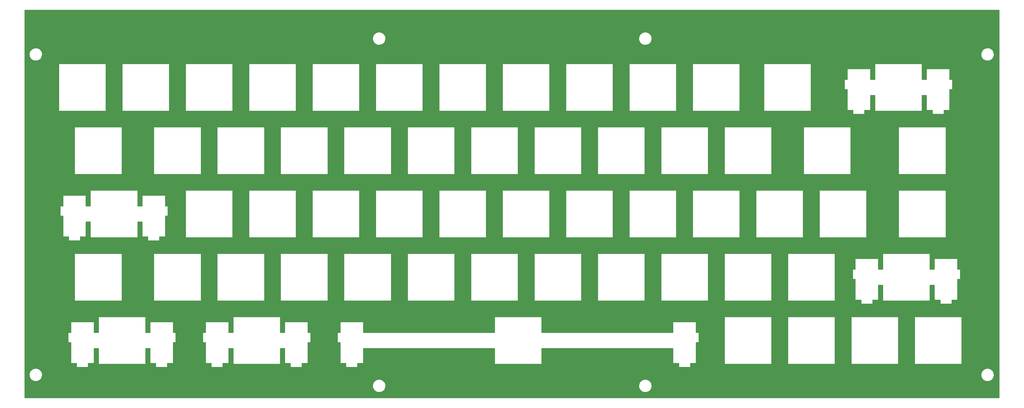
<source format=gbr>
%TF.GenerationSoftware,KiCad,Pcbnew,7.0.1*%
%TF.CreationDate,2023-10-19T22:59:00+03:00*%
%TF.ProjectId,keyboard_cherry_panel,6b657962-6f61-4726-945f-636865727279,rev?*%
%TF.SameCoordinates,Original*%
%TF.FileFunction,Copper,L2,Bot*%
%TF.FilePolarity,Positive*%
%FSLAX46Y46*%
G04 Gerber Fmt 4.6, Leading zero omitted, Abs format (unit mm)*
G04 Created by KiCad (PCBNEW 7.0.1) date 2023-10-19 22:59:00*
%MOMM*%
%LPD*%
G01*
G04 APERTURE LIST*
G04 APERTURE END LIST*
%TA.AperFunction,NonConductor*%
G36*
X293037500Y-17113D02*
G01*
X293082887Y-62500D01*
X293099500Y-124500D01*
X293099500Y-116875500D01*
X293082887Y-116937500D01*
X293037500Y-116982887D01*
X292975500Y-116999500D01*
X124500Y-116999500D01*
X62500Y-116982887D01*
X17113Y-116937500D01*
X500Y-116875500D01*
X500Y-113326864D01*
X104783387Y-113326864D01*
X104813013Y-113596116D01*
X104881528Y-113858187D01*
X104987471Y-114107492D01*
X105128582Y-114338711D01*
X105217853Y-114445981D01*
X105301855Y-114546920D01*
X105503598Y-114727682D01*
X105729510Y-114877144D01*
X105835811Y-114926975D01*
X105974777Y-114992121D01*
X106234162Y-115070158D01*
X106234169Y-115070160D01*
X106502161Y-115109600D01*
X106705231Y-115109600D01*
X106705234Y-115109600D01*
X106907756Y-115094777D01*
X106907755Y-115094777D01*
X107172153Y-115035880D01*
X107425158Y-114939114D01*
X107661377Y-114806541D01*
X107875777Y-114640988D01*
X108063786Y-114445981D01*
X108221399Y-114225679D01*
X108345256Y-113984775D01*
X108432718Y-113728405D01*
X108481919Y-113462033D01*
X108486859Y-113326864D01*
X184773787Y-113326864D01*
X184803413Y-113596116D01*
X184871928Y-113858187D01*
X184977871Y-114107492D01*
X185118982Y-114338711D01*
X185208253Y-114445981D01*
X185292255Y-114546920D01*
X185493998Y-114727682D01*
X185719910Y-114877144D01*
X185826211Y-114926975D01*
X185965177Y-114992121D01*
X186224562Y-115070158D01*
X186224569Y-115070160D01*
X186492561Y-115109600D01*
X186695631Y-115109600D01*
X186695634Y-115109600D01*
X186898156Y-115094777D01*
X186898155Y-115094777D01*
X187162553Y-115035880D01*
X187415558Y-114939114D01*
X187651777Y-114806541D01*
X187866177Y-114640988D01*
X188054186Y-114445981D01*
X188211799Y-114225679D01*
X188335656Y-113984775D01*
X188423118Y-113728405D01*
X188472319Y-113462033D01*
X188482212Y-113191335D01*
X188452586Y-112922082D01*
X188384072Y-112660012D01*
X188278130Y-112410710D01*
X188137018Y-112179490D01*
X188137017Y-112179488D01*
X187963746Y-111971281D01*
X187858758Y-111877212D01*
X187762002Y-111790518D01*
X187536090Y-111641056D01*
X187534292Y-111640213D01*
X187290822Y-111526078D01*
X187031437Y-111448041D01*
X187031431Y-111448040D01*
X186763439Y-111408600D01*
X186560369Y-111408600D01*
X186560366Y-111408600D01*
X186357843Y-111423422D01*
X186093449Y-111482319D01*
X185840441Y-111579086D01*
X185604223Y-111711659D01*
X185389825Y-111877209D01*
X185201813Y-112072220D01*
X185044201Y-112292520D01*
X184920342Y-112533429D01*
X184832881Y-112789795D01*
X184783680Y-113056166D01*
X184773787Y-113326864D01*
X108486859Y-113326864D01*
X108491812Y-113191335D01*
X108462186Y-112922082D01*
X108393672Y-112660012D01*
X108287730Y-112410710D01*
X108146618Y-112179490D01*
X108146617Y-112179488D01*
X107973346Y-111971281D01*
X107868358Y-111877212D01*
X107771602Y-111790518D01*
X107545690Y-111641056D01*
X107543892Y-111640213D01*
X107300422Y-111526078D01*
X107041037Y-111448041D01*
X107041031Y-111448040D01*
X106773039Y-111408600D01*
X106569969Y-111408600D01*
X106569966Y-111408600D01*
X106367443Y-111423422D01*
X106103049Y-111482319D01*
X105850041Y-111579086D01*
X105613823Y-111711659D01*
X105399425Y-111877209D01*
X105211413Y-112072220D01*
X105053801Y-112292520D01*
X104929942Y-112533429D01*
X104842481Y-112789795D01*
X104793280Y-113056166D01*
X104783387Y-113326864D01*
X500Y-113326864D01*
X500Y-110027964D01*
X1586587Y-110027964D01*
X1616213Y-110297216D01*
X1684728Y-110559287D01*
X1790671Y-110808592D01*
X1931782Y-111039811D01*
X2021053Y-111147081D01*
X2105055Y-111248020D01*
X2306798Y-111428782D01*
X2532710Y-111578244D01*
X2639011Y-111628076D01*
X2777977Y-111693221D01*
X3037362Y-111771258D01*
X3037369Y-111771260D01*
X3305361Y-111810700D01*
X3508431Y-111810700D01*
X3508434Y-111810700D01*
X3710956Y-111795877D01*
X3735013Y-111790518D01*
X3975353Y-111736980D01*
X4228358Y-111640214D01*
X4464577Y-111507641D01*
X4678977Y-111342088D01*
X4866986Y-111147081D01*
X5024599Y-110926779D01*
X5148456Y-110685875D01*
X5235918Y-110429505D01*
X5285119Y-110163133D01*
X5290059Y-110027964D01*
X287639087Y-110027964D01*
X287668713Y-110297216D01*
X287737228Y-110559287D01*
X287843171Y-110808592D01*
X287984282Y-111039811D01*
X288073553Y-111147081D01*
X288157555Y-111248020D01*
X288359298Y-111428782D01*
X288585210Y-111578244D01*
X288691511Y-111628076D01*
X288830477Y-111693221D01*
X289089862Y-111771258D01*
X289089869Y-111771260D01*
X289357861Y-111810700D01*
X289560931Y-111810700D01*
X289560934Y-111810700D01*
X289763456Y-111795877D01*
X289787513Y-111790518D01*
X290027853Y-111736980D01*
X290280858Y-111640214D01*
X290517077Y-111507641D01*
X290731477Y-111342088D01*
X290919486Y-111147081D01*
X291077099Y-110926779D01*
X291200956Y-110685875D01*
X291288418Y-110429505D01*
X291337619Y-110163133D01*
X291347512Y-109892435D01*
X291317886Y-109623182D01*
X291249372Y-109361112D01*
X291143430Y-109111810D01*
X291002318Y-108880590D01*
X291002317Y-108880588D01*
X290829046Y-108672381D01*
X290724058Y-108578312D01*
X290627302Y-108491618D01*
X290401390Y-108342156D01*
X290401386Y-108342154D01*
X290156122Y-108227178D01*
X289896737Y-108149141D01*
X289896731Y-108149140D01*
X289628739Y-108109700D01*
X289425669Y-108109700D01*
X289425666Y-108109700D01*
X289223143Y-108124522D01*
X288958749Y-108183419D01*
X288705741Y-108280186D01*
X288469523Y-108412759D01*
X288255125Y-108578309D01*
X288067113Y-108773320D01*
X287909501Y-108993620D01*
X287785642Y-109234529D01*
X287698181Y-109490895D01*
X287648980Y-109757266D01*
X287639087Y-110027964D01*
X5290059Y-110027964D01*
X5295012Y-109892435D01*
X5265386Y-109623182D01*
X5196872Y-109361112D01*
X5090930Y-109111810D01*
X4949818Y-108880590D01*
X4949817Y-108880588D01*
X4776546Y-108672381D01*
X4671558Y-108578312D01*
X4574802Y-108491618D01*
X4348890Y-108342156D01*
X4348886Y-108342154D01*
X4103622Y-108227178D01*
X3844237Y-108149141D01*
X3844231Y-108149140D01*
X3576239Y-108109700D01*
X3373169Y-108109700D01*
X3373166Y-108109700D01*
X3170643Y-108124522D01*
X2906249Y-108183419D01*
X2653241Y-108280186D01*
X2417023Y-108412759D01*
X2202625Y-108578309D01*
X2014613Y-108773320D01*
X1857001Y-108993620D01*
X1733142Y-109234529D01*
X1645681Y-109490895D01*
X1596480Y-109757266D01*
X1586587Y-110027964D01*
X500Y-110027964D01*
X500Y-100099260D01*
X13257739Y-100099260D01*
X13257780Y-100099359D01*
X13257896Y-100099642D01*
X13257897Y-100099643D01*
X13257898Y-100099644D01*
X13258088Y-100099722D01*
X13258280Y-100099801D01*
X13258282Y-100099799D01*
X13282896Y-100099784D01*
X13282896Y-100099788D01*
X13283040Y-100099760D01*
X13959250Y-100099760D01*
X14021250Y-100116373D01*
X14066637Y-100161760D01*
X14083250Y-100223760D01*
X14083250Y-106344570D01*
X14083209Y-106344776D01*
X14083209Y-106369330D01*
X14083250Y-106369429D01*
X14083367Y-106369713D01*
X14083368Y-106369714D01*
X14083558Y-106369791D01*
X14083750Y-106369871D01*
X14083752Y-106369869D01*
X14108366Y-106369854D01*
X14108366Y-106369858D01*
X14108510Y-106369830D01*
X15684540Y-106369830D01*
X15746540Y-106386443D01*
X15791927Y-106431830D01*
X15808540Y-106493830D01*
X15808540Y-107544840D01*
X15808499Y-107545046D01*
X15808499Y-107569600D01*
X15808540Y-107569699D01*
X15808656Y-107569982D01*
X15808657Y-107569983D01*
X15808658Y-107569984D01*
X15808848Y-107570062D01*
X15809040Y-107570141D01*
X15809042Y-107570139D01*
X15833656Y-107570124D01*
X15833656Y-107570128D01*
X15833800Y-107570100D01*
X19083290Y-107570100D01*
X19083433Y-107570128D01*
X19083434Y-107570124D01*
X19108047Y-107570139D01*
X19108050Y-107570141D01*
X19108433Y-107569983D01*
X19108550Y-107569699D01*
X19108591Y-107569600D01*
X19108591Y-107545046D01*
X19108550Y-107544840D01*
X19108550Y-106493830D01*
X19125163Y-106431830D01*
X19170550Y-106386443D01*
X19232550Y-106369830D01*
X20808590Y-106369830D01*
X20808733Y-106369858D01*
X20808734Y-106369854D01*
X20833347Y-106369869D01*
X20833350Y-106369871D01*
X20833733Y-106369713D01*
X20833850Y-106369429D01*
X20833891Y-106369330D01*
X20833891Y-106344776D01*
X20833850Y-106344570D01*
X20833850Y-102023490D01*
X20850463Y-101961490D01*
X20895850Y-101916103D01*
X20957850Y-101899490D01*
X22234350Y-101899490D01*
X22296350Y-101916103D01*
X22341737Y-101961490D01*
X22358350Y-102023490D01*
X22358350Y-106574700D01*
X22358309Y-106574906D01*
X22358309Y-106599460D01*
X22358350Y-106599559D01*
X22358467Y-106599843D01*
X22358468Y-106599844D01*
X22358658Y-106599922D01*
X22358850Y-106600001D01*
X22358852Y-106599999D01*
X22383466Y-106599984D01*
X22383466Y-106599988D01*
X22383610Y-106599960D01*
X36333590Y-106599960D01*
X36333733Y-106599988D01*
X36333734Y-106599984D01*
X36358347Y-106599999D01*
X36358350Y-106600001D01*
X36358733Y-106599843D01*
X36358850Y-106599559D01*
X36358891Y-106599460D01*
X36358891Y-106574906D01*
X36358850Y-106574700D01*
X36358850Y-102023490D01*
X36375463Y-101961490D01*
X36420850Y-101916103D01*
X36482850Y-101899490D01*
X37759350Y-101899490D01*
X37821350Y-101916103D01*
X37866737Y-101961490D01*
X37883350Y-102023490D01*
X37883350Y-106344570D01*
X37883309Y-106344776D01*
X37883309Y-106369330D01*
X37883350Y-106369429D01*
X37883467Y-106369713D01*
X37883468Y-106369714D01*
X37883658Y-106369791D01*
X37883850Y-106369871D01*
X37883852Y-106369869D01*
X37908466Y-106369854D01*
X37908466Y-106369858D01*
X37908610Y-106369830D01*
X39483250Y-106369830D01*
X39545250Y-106386443D01*
X39590637Y-106431830D01*
X39607250Y-106493830D01*
X39607250Y-107544840D01*
X39607209Y-107545046D01*
X39607209Y-107569600D01*
X39607250Y-107569699D01*
X39607366Y-107569982D01*
X39607367Y-107569983D01*
X39607368Y-107569984D01*
X39607558Y-107570062D01*
X39607750Y-107570141D01*
X39607752Y-107570139D01*
X39632366Y-107570124D01*
X39632366Y-107570128D01*
X39632510Y-107570100D01*
X42883390Y-107570100D01*
X42883533Y-107570128D01*
X42883534Y-107570124D01*
X42908147Y-107570139D01*
X42908150Y-107570141D01*
X42908533Y-107569983D01*
X42908650Y-107569699D01*
X42908691Y-107569600D01*
X42908691Y-107545046D01*
X42908650Y-107544840D01*
X42908650Y-106493830D01*
X42925263Y-106431830D01*
X42970650Y-106386443D01*
X43032650Y-106369830D01*
X44608590Y-106369830D01*
X44608733Y-106369858D01*
X44608734Y-106369854D01*
X44633347Y-106369869D01*
X44633350Y-106369871D01*
X44633733Y-106369713D01*
X44633850Y-106369429D01*
X44633891Y-106369330D01*
X44633891Y-106344776D01*
X44633850Y-106344570D01*
X44633850Y-100223760D01*
X44650463Y-100161760D01*
X44695850Y-100116373D01*
X44757850Y-100099760D01*
X45434090Y-100099760D01*
X45434233Y-100099788D01*
X45434234Y-100099784D01*
X45458847Y-100099799D01*
X45458850Y-100099801D01*
X45459233Y-100099643D01*
X45459350Y-100099359D01*
X45459391Y-100099260D01*
X53739009Y-100099260D01*
X53739050Y-100099359D01*
X53739166Y-100099642D01*
X53739167Y-100099643D01*
X53739168Y-100099644D01*
X53739358Y-100099722D01*
X53739550Y-100099801D01*
X53739552Y-100099799D01*
X53764166Y-100099784D01*
X53764166Y-100099788D01*
X53764310Y-100099760D01*
X54440550Y-100099760D01*
X54502550Y-100116373D01*
X54547937Y-100161760D01*
X54564550Y-100223760D01*
X54564550Y-106344570D01*
X54564509Y-106344776D01*
X54564509Y-106369330D01*
X54564550Y-106369429D01*
X54564667Y-106369713D01*
X54564668Y-106369714D01*
X54564858Y-106369791D01*
X54565050Y-106369871D01*
X54565052Y-106369869D01*
X54589666Y-106369854D01*
X54589666Y-106369858D01*
X54589810Y-106369830D01*
X56164250Y-106369830D01*
X56226250Y-106386443D01*
X56271637Y-106431830D01*
X56288250Y-106493830D01*
X56288250Y-107544840D01*
X56288209Y-107545046D01*
X56288209Y-107569600D01*
X56288250Y-107569699D01*
X56288366Y-107569982D01*
X56288367Y-107569983D01*
X56288368Y-107569984D01*
X56288558Y-107570062D01*
X56288750Y-107570141D01*
X56288752Y-107570139D01*
X56313366Y-107570124D01*
X56313366Y-107570128D01*
X56313510Y-107570100D01*
X59564590Y-107570100D01*
X59564733Y-107570128D01*
X59564734Y-107570124D01*
X59589347Y-107570139D01*
X59589350Y-107570141D01*
X59589733Y-107569983D01*
X59589850Y-107569699D01*
X59589891Y-107569600D01*
X59589891Y-107545046D01*
X59589850Y-107544840D01*
X59589850Y-106493830D01*
X59606463Y-106431830D01*
X59651850Y-106386443D01*
X59713850Y-106369830D01*
X61289990Y-106369830D01*
X61290133Y-106369858D01*
X61290134Y-106369854D01*
X61314747Y-106369869D01*
X61314750Y-106369871D01*
X61315133Y-106369713D01*
X61315250Y-106369429D01*
X61315291Y-106369330D01*
X61315291Y-106344776D01*
X61315250Y-106344570D01*
X61315250Y-102023490D01*
X61331863Y-101961490D01*
X61377250Y-101916103D01*
X61439250Y-101899490D01*
X62715650Y-101899490D01*
X62777650Y-101916103D01*
X62823037Y-101961490D01*
X62839650Y-102023490D01*
X62839650Y-106574700D01*
X62839609Y-106574906D01*
X62839609Y-106599460D01*
X62839650Y-106599559D01*
X62839767Y-106599843D01*
X62839768Y-106599844D01*
X62839958Y-106599922D01*
X62840150Y-106600001D01*
X62840152Y-106599999D01*
X62864766Y-106599984D01*
X62864766Y-106599988D01*
X62864910Y-106599960D01*
X76814690Y-106599960D01*
X76814833Y-106599988D01*
X76814834Y-106599984D01*
X76839447Y-106599999D01*
X76839450Y-106600001D01*
X76839833Y-106599843D01*
X76839950Y-106599559D01*
X76839991Y-106599460D01*
X76839991Y-106574906D01*
X76839950Y-106574700D01*
X76839950Y-102023490D01*
X76856563Y-101961490D01*
X76901950Y-101916103D01*
X76963950Y-101899490D01*
X78240750Y-101899490D01*
X78302750Y-101916103D01*
X78348137Y-101961490D01*
X78364750Y-102023490D01*
X78364750Y-106344570D01*
X78364709Y-106344776D01*
X78364709Y-106369330D01*
X78364750Y-106369429D01*
X78364867Y-106369713D01*
X78364868Y-106369714D01*
X78365058Y-106369791D01*
X78365250Y-106369871D01*
X78365252Y-106369869D01*
X78389866Y-106369854D01*
X78389866Y-106369858D01*
X78390010Y-106369830D01*
X79964350Y-106369830D01*
X80026350Y-106386443D01*
X80071737Y-106431830D01*
X80088350Y-106493830D01*
X80088350Y-107544840D01*
X80088309Y-107545046D01*
X80088309Y-107569600D01*
X80088350Y-107569699D01*
X80088466Y-107569982D01*
X80088467Y-107569983D01*
X80088468Y-107569984D01*
X80088658Y-107570062D01*
X80088850Y-107570141D01*
X80088852Y-107570139D01*
X80113466Y-107570124D01*
X80113466Y-107570128D01*
X80113610Y-107570100D01*
X83364690Y-107570100D01*
X83364833Y-107570128D01*
X83364834Y-107570124D01*
X83389447Y-107570139D01*
X83389450Y-107570141D01*
X83389833Y-107569983D01*
X83389950Y-107569699D01*
X83389991Y-107569600D01*
X83389991Y-107545046D01*
X83389950Y-107544840D01*
X83389950Y-106493830D01*
X83406563Y-106431830D01*
X83451950Y-106386443D01*
X83513950Y-106369830D01*
X85089790Y-106369830D01*
X85089933Y-106369858D01*
X85089934Y-106369854D01*
X85114547Y-106369869D01*
X85114550Y-106369871D01*
X85114933Y-106369713D01*
X85115050Y-106369429D01*
X85115091Y-106369330D01*
X85115091Y-106344776D01*
X85115050Y-106344570D01*
X85115050Y-100223760D01*
X85131663Y-100161760D01*
X85177050Y-100116373D01*
X85239050Y-100099760D01*
X85913890Y-100099760D01*
X85914033Y-100099788D01*
X85914034Y-100099784D01*
X85938647Y-100099799D01*
X85938650Y-100099801D01*
X85939033Y-100099643D01*
X85939150Y-100099359D01*
X85939191Y-100099260D01*
X94220309Y-100099260D01*
X94220350Y-100099359D01*
X94220466Y-100099642D01*
X94220467Y-100099643D01*
X94220468Y-100099644D01*
X94220658Y-100099722D01*
X94220850Y-100099801D01*
X94220852Y-100099799D01*
X94245466Y-100099784D01*
X94245466Y-100099788D01*
X94245610Y-100099760D01*
X94920450Y-100099760D01*
X94982450Y-100116373D01*
X95027837Y-100161760D01*
X95044450Y-100223760D01*
X95044450Y-106344570D01*
X95044409Y-106344776D01*
X95044409Y-106369330D01*
X95044450Y-106369429D01*
X95044567Y-106369713D01*
X95044568Y-106369714D01*
X95044758Y-106369791D01*
X95044950Y-106369871D01*
X95044952Y-106369869D01*
X95069566Y-106369854D01*
X95069566Y-106369858D01*
X95069710Y-106369830D01*
X96645450Y-106369830D01*
X96707450Y-106386443D01*
X96752837Y-106431830D01*
X96769450Y-106493830D01*
X96769450Y-107544840D01*
X96769409Y-107545046D01*
X96769409Y-107569600D01*
X96769450Y-107569699D01*
X96769566Y-107569982D01*
X96769567Y-107569983D01*
X96769568Y-107569984D01*
X96769758Y-107570062D01*
X96769950Y-107570141D01*
X96769952Y-107570139D01*
X96794566Y-107570124D01*
X96794566Y-107570128D01*
X96794710Y-107570100D01*
X100045790Y-107570100D01*
X100045933Y-107570128D01*
X100045934Y-107570124D01*
X100070547Y-107570139D01*
X100070550Y-107570141D01*
X100070933Y-107569983D01*
X100071050Y-107569699D01*
X100071091Y-107569600D01*
X100071091Y-107545046D01*
X100071050Y-107544840D01*
X100071050Y-106493830D01*
X100087663Y-106431830D01*
X100133050Y-106386443D01*
X100195050Y-106369830D01*
X101771290Y-106369830D01*
X101771433Y-106369858D01*
X101771434Y-106369854D01*
X101796047Y-106369869D01*
X101796050Y-106369871D01*
X101796433Y-106369713D01*
X101796550Y-106369429D01*
X101796591Y-106369330D01*
X101796591Y-106344776D01*
X101796550Y-106344570D01*
X101796550Y-102023490D01*
X101813163Y-101961490D01*
X101858550Y-101916103D01*
X101920550Y-101899490D01*
X141295450Y-101899490D01*
X141357450Y-101916103D01*
X141402837Y-101961490D01*
X141419450Y-102023490D01*
X141419450Y-106574700D01*
X141419409Y-106574906D01*
X141419409Y-106599460D01*
X141419450Y-106599559D01*
X141419567Y-106599843D01*
X141419568Y-106599844D01*
X141419758Y-106599922D01*
X141419950Y-106600001D01*
X141419952Y-106599999D01*
X141444566Y-106599984D01*
X141444566Y-106599988D01*
X141444710Y-106599960D01*
X155396190Y-106599960D01*
X155396333Y-106599988D01*
X155396334Y-106599984D01*
X155420947Y-106599999D01*
X155420950Y-106600001D01*
X155421333Y-106599843D01*
X155421450Y-106599559D01*
X155421491Y-106599460D01*
X155421491Y-106574906D01*
X155421450Y-106574700D01*
X155421450Y-102023490D01*
X155438063Y-101961490D01*
X155483450Y-101916103D01*
X155545450Y-101899490D01*
X194920450Y-101899490D01*
X194982450Y-101916103D01*
X195027837Y-101961490D01*
X195044450Y-102023490D01*
X195044450Y-106344570D01*
X195044409Y-106344776D01*
X195044409Y-106369330D01*
X195044450Y-106369429D01*
X195044566Y-106369712D01*
X195044567Y-106369713D01*
X195044568Y-106369714D01*
X195044758Y-106369791D01*
X195044950Y-106369871D01*
X195044952Y-106369869D01*
X195069566Y-106369854D01*
X195069566Y-106369858D01*
X195069710Y-106369830D01*
X196645450Y-106369830D01*
X196707450Y-106386443D01*
X196752837Y-106431830D01*
X196769450Y-106493830D01*
X196769450Y-107544840D01*
X196769409Y-107545046D01*
X196769409Y-107569600D01*
X196769450Y-107569699D01*
X196769566Y-107569982D01*
X196769567Y-107569983D01*
X196769568Y-107569984D01*
X196769758Y-107570062D01*
X196769950Y-107570141D01*
X196769952Y-107570139D01*
X196794566Y-107570124D01*
X196794566Y-107570128D01*
X196794710Y-107570100D01*
X200046190Y-107570100D01*
X200046333Y-107570128D01*
X200046334Y-107570124D01*
X200070947Y-107570139D01*
X200070950Y-107570141D01*
X200071333Y-107569983D01*
X200071450Y-107569699D01*
X200071491Y-107569600D01*
X200071491Y-107545046D01*
X200071450Y-107544840D01*
X200071450Y-106599460D01*
X210477409Y-106599460D01*
X210477450Y-106599559D01*
X210477567Y-106599843D01*
X210477568Y-106599844D01*
X210477758Y-106599922D01*
X210477950Y-106600001D01*
X210477952Y-106599999D01*
X210502566Y-106599984D01*
X210502566Y-106599988D01*
X210502710Y-106599960D01*
X224452190Y-106599960D01*
X224452333Y-106599988D01*
X224452334Y-106599984D01*
X224476947Y-106599999D01*
X224476950Y-106600001D01*
X224477333Y-106599843D01*
X224477450Y-106599559D01*
X224477491Y-106599460D01*
X229527409Y-106599460D01*
X229527450Y-106599559D01*
X229527567Y-106599843D01*
X229527568Y-106599844D01*
X229527758Y-106599922D01*
X229527950Y-106600001D01*
X229527952Y-106599999D01*
X229552566Y-106599984D01*
X229552566Y-106599988D01*
X229552710Y-106599960D01*
X243502190Y-106599960D01*
X243502333Y-106599988D01*
X243502334Y-106599984D01*
X243526947Y-106599999D01*
X243526950Y-106600001D01*
X243527333Y-106599843D01*
X243527450Y-106599559D01*
X243527491Y-106599460D01*
X248577409Y-106599460D01*
X248577450Y-106599559D01*
X248577567Y-106599843D01*
X248577568Y-106599844D01*
X248577758Y-106599922D01*
X248577950Y-106600001D01*
X248577952Y-106599999D01*
X248602566Y-106599984D01*
X248602566Y-106599988D01*
X248602710Y-106599960D01*
X262552190Y-106599960D01*
X262552333Y-106599988D01*
X262552334Y-106599984D01*
X262576947Y-106599999D01*
X262576950Y-106600001D01*
X262577333Y-106599843D01*
X262577450Y-106599559D01*
X262577491Y-106599460D01*
X267627409Y-106599460D01*
X267627450Y-106599559D01*
X267627567Y-106599843D01*
X267627568Y-106599844D01*
X267627758Y-106599922D01*
X267627950Y-106600001D01*
X267627952Y-106599999D01*
X267652566Y-106599984D01*
X267652566Y-106599988D01*
X267652710Y-106599960D01*
X281602190Y-106599960D01*
X281602333Y-106599988D01*
X281602334Y-106599984D01*
X281626947Y-106599999D01*
X281626950Y-106600001D01*
X281627333Y-106599843D01*
X281627450Y-106599559D01*
X281627491Y-106599460D01*
X281627491Y-106574906D01*
X281627450Y-106574700D01*
X281627450Y-92624760D01*
X281627478Y-92624616D01*
X281627474Y-92624616D01*
X281627489Y-92600002D01*
X281627491Y-92600000D01*
X281627411Y-92599808D01*
X281627334Y-92599618D01*
X281627330Y-92599614D01*
X281627144Y-92599538D01*
X281626952Y-92599459D01*
X281602396Y-92599459D01*
X281602190Y-92599500D01*
X267652710Y-92599500D01*
X267652504Y-92599459D01*
X267627948Y-92599459D01*
X267627757Y-92599538D01*
X267627569Y-92599615D01*
X267627565Y-92599618D01*
X267627409Y-92599999D01*
X267627426Y-92624616D01*
X267627421Y-92624616D01*
X267627450Y-92624760D01*
X267627450Y-106574700D01*
X267627409Y-106574906D01*
X267627409Y-106599460D01*
X262577491Y-106599460D01*
X262577491Y-106574906D01*
X262577450Y-106574700D01*
X262577450Y-92624760D01*
X262577478Y-92624616D01*
X262577474Y-92624616D01*
X262577489Y-92600002D01*
X262577491Y-92600000D01*
X262577411Y-92599808D01*
X262577334Y-92599618D01*
X262577330Y-92599614D01*
X262577144Y-92599538D01*
X262576952Y-92599459D01*
X262552396Y-92599459D01*
X262552190Y-92599500D01*
X248602710Y-92599500D01*
X248602504Y-92599459D01*
X248577948Y-92599459D01*
X248577757Y-92599538D01*
X248577569Y-92599615D01*
X248577565Y-92599618D01*
X248577409Y-92599999D01*
X248577426Y-92624616D01*
X248577421Y-92624616D01*
X248577450Y-92624760D01*
X248577450Y-106574700D01*
X248577409Y-106574906D01*
X248577409Y-106599460D01*
X243527491Y-106599460D01*
X243527491Y-106574906D01*
X243527450Y-106574700D01*
X243527450Y-92624760D01*
X243527478Y-92624616D01*
X243527474Y-92624616D01*
X243527489Y-92600002D01*
X243527491Y-92600000D01*
X243527411Y-92599808D01*
X243527334Y-92599618D01*
X243527330Y-92599614D01*
X243527144Y-92599538D01*
X243526952Y-92599459D01*
X243502396Y-92599459D01*
X243502190Y-92599500D01*
X229552710Y-92599500D01*
X229552504Y-92599459D01*
X229527948Y-92599459D01*
X229527757Y-92599538D01*
X229527569Y-92599615D01*
X229527565Y-92599618D01*
X229527409Y-92599999D01*
X229527426Y-92624616D01*
X229527421Y-92624616D01*
X229527450Y-92624760D01*
X229527450Y-106574700D01*
X229527409Y-106574906D01*
X229527409Y-106599460D01*
X224477491Y-106599460D01*
X224477491Y-106574906D01*
X224477450Y-106574700D01*
X224477450Y-92624760D01*
X224477478Y-92624616D01*
X224477474Y-92624616D01*
X224477489Y-92600002D01*
X224477491Y-92600000D01*
X224477411Y-92599808D01*
X224477334Y-92599618D01*
X224477330Y-92599614D01*
X224477144Y-92599538D01*
X224476952Y-92599459D01*
X224452396Y-92599459D01*
X224452190Y-92599500D01*
X210502710Y-92599500D01*
X210502504Y-92599459D01*
X210477948Y-92599459D01*
X210477757Y-92599538D01*
X210477569Y-92599615D01*
X210477565Y-92599618D01*
X210477409Y-92599999D01*
X210477426Y-92624616D01*
X210477421Y-92624616D01*
X210477450Y-92624760D01*
X210477450Y-106574700D01*
X210477409Y-106574906D01*
X210477409Y-106599460D01*
X200071450Y-106599460D01*
X200071450Y-106493830D01*
X200088063Y-106431830D01*
X200133450Y-106386443D01*
X200195450Y-106369830D01*
X201771190Y-106369830D01*
X201771333Y-106369858D01*
X201771334Y-106369854D01*
X201795947Y-106369869D01*
X201795950Y-106369871D01*
X201796333Y-106369713D01*
X201796450Y-106369429D01*
X201796491Y-106369330D01*
X201796491Y-106344776D01*
X201796450Y-106344570D01*
X201796450Y-100223760D01*
X201813063Y-100161760D01*
X201858450Y-100116373D01*
X201920450Y-100099760D01*
X202595190Y-100099760D01*
X202595333Y-100099788D01*
X202595334Y-100099784D01*
X202619947Y-100099799D01*
X202619950Y-100099801D01*
X202620333Y-100099643D01*
X202620450Y-100099359D01*
X202620491Y-100099260D01*
X202620491Y-100074706D01*
X202620450Y-100074500D01*
X202620450Y-97325260D01*
X202620478Y-97325116D01*
X202620474Y-97325116D01*
X202620489Y-97300502D01*
X202620491Y-97300500D01*
X202620412Y-97300308D01*
X202620334Y-97300118D01*
X202620330Y-97300114D01*
X202620144Y-97300038D01*
X202619952Y-97299959D01*
X202595396Y-97299959D01*
X202595190Y-97300000D01*
X201920450Y-97300000D01*
X201858450Y-97283387D01*
X201813063Y-97238000D01*
X201796450Y-97176000D01*
X201796450Y-94095060D01*
X201796478Y-94094916D01*
X201796474Y-94094916D01*
X201796489Y-94070302D01*
X201796491Y-94070300D01*
X201796412Y-94070108D01*
X201796334Y-94069918D01*
X201796330Y-94069914D01*
X201796144Y-94069838D01*
X201795952Y-94069759D01*
X201771396Y-94069759D01*
X201771190Y-94069800D01*
X195069710Y-94069800D01*
X195069504Y-94069759D01*
X195044948Y-94069759D01*
X195044757Y-94069838D01*
X195044569Y-94069915D01*
X195044565Y-94069918D01*
X195044409Y-94070299D01*
X195044426Y-94094916D01*
X195044421Y-94094916D01*
X195044450Y-94095060D01*
X195044450Y-97176000D01*
X195027837Y-97238000D01*
X194982450Y-97283387D01*
X194920450Y-97300000D01*
X155545450Y-97300000D01*
X155483450Y-97283387D01*
X155438063Y-97238000D01*
X155421450Y-97176000D01*
X155421450Y-92624760D01*
X155421478Y-92624616D01*
X155421474Y-92624616D01*
X155421489Y-92600002D01*
X155421491Y-92600000D01*
X155421412Y-92599808D01*
X155421334Y-92599618D01*
X155421330Y-92599614D01*
X155421144Y-92599538D01*
X155420952Y-92599459D01*
X155396396Y-92599459D01*
X155396190Y-92599500D01*
X141444710Y-92599500D01*
X141444504Y-92599459D01*
X141419948Y-92599459D01*
X141419757Y-92599538D01*
X141419569Y-92599615D01*
X141419565Y-92599618D01*
X141419409Y-92599999D01*
X141419426Y-92624616D01*
X141419421Y-92624616D01*
X141419450Y-92624760D01*
X141419450Y-97176000D01*
X141402837Y-97238000D01*
X141357450Y-97283387D01*
X141295450Y-97300000D01*
X101920550Y-97300000D01*
X101858550Y-97283387D01*
X101813163Y-97238000D01*
X101796550Y-97176000D01*
X101796550Y-94095060D01*
X101796578Y-94094916D01*
X101796574Y-94094916D01*
X101796589Y-94070302D01*
X101796591Y-94070300D01*
X101796512Y-94070108D01*
X101796434Y-94069918D01*
X101796430Y-94069914D01*
X101796244Y-94069838D01*
X101796052Y-94069759D01*
X101771496Y-94069759D01*
X101771290Y-94069800D01*
X95069710Y-94069800D01*
X95069504Y-94069759D01*
X95044948Y-94069759D01*
X95044757Y-94069838D01*
X95044569Y-94069915D01*
X95044565Y-94069918D01*
X95044409Y-94070299D01*
X95044426Y-94094916D01*
X95044421Y-94094916D01*
X95044450Y-94095060D01*
X95044450Y-97176000D01*
X95027837Y-97238000D01*
X94982450Y-97283387D01*
X94920450Y-97300000D01*
X94245610Y-97300000D01*
X94245404Y-97299959D01*
X94220848Y-97299959D01*
X94220657Y-97300038D01*
X94220469Y-97300115D01*
X94220465Y-97300118D01*
X94220309Y-97300499D01*
X94220326Y-97325116D01*
X94220321Y-97325116D01*
X94220350Y-97325260D01*
X94220350Y-100074500D01*
X94220309Y-100074706D01*
X94220309Y-100099260D01*
X85939191Y-100099260D01*
X85939191Y-100074706D01*
X85939150Y-100074500D01*
X85939150Y-97325260D01*
X85939178Y-97325116D01*
X85939174Y-97325116D01*
X85939189Y-97300502D01*
X85939191Y-97300500D01*
X85939112Y-97300308D01*
X85939034Y-97300118D01*
X85939030Y-97300114D01*
X85938844Y-97300038D01*
X85938652Y-97299959D01*
X85914096Y-97299959D01*
X85913890Y-97300000D01*
X85239050Y-97300000D01*
X85177050Y-97283387D01*
X85131663Y-97238000D01*
X85115050Y-97176000D01*
X85115050Y-94095060D01*
X85115078Y-94094916D01*
X85115074Y-94094916D01*
X85115089Y-94070302D01*
X85115091Y-94070300D01*
X85115012Y-94070108D01*
X85114934Y-94069918D01*
X85114930Y-94069914D01*
X85114744Y-94069838D01*
X85114552Y-94069759D01*
X85089996Y-94069759D01*
X85089790Y-94069800D01*
X78390010Y-94069800D01*
X78389804Y-94069759D01*
X78365248Y-94069759D01*
X78365057Y-94069838D01*
X78364869Y-94069915D01*
X78364865Y-94069918D01*
X78364709Y-94070299D01*
X78364726Y-94094916D01*
X78364721Y-94094916D01*
X78364750Y-94095060D01*
X78364750Y-97176000D01*
X78348137Y-97238000D01*
X78302750Y-97283387D01*
X78240750Y-97300000D01*
X76963950Y-97300000D01*
X76901950Y-97283387D01*
X76856563Y-97238000D01*
X76839950Y-97176000D01*
X76839950Y-92624760D01*
X76839978Y-92624616D01*
X76839974Y-92624616D01*
X76839989Y-92600002D01*
X76839991Y-92600000D01*
X76839911Y-92599808D01*
X76839834Y-92599618D01*
X76839830Y-92599614D01*
X76839644Y-92599538D01*
X76839452Y-92599459D01*
X76814896Y-92599459D01*
X76814690Y-92599500D01*
X62864910Y-92599500D01*
X62864704Y-92599459D01*
X62840148Y-92599459D01*
X62839957Y-92599538D01*
X62839769Y-92599615D01*
X62839765Y-92599618D01*
X62839609Y-92599999D01*
X62839626Y-92624616D01*
X62839621Y-92624616D01*
X62839650Y-92624760D01*
X62839650Y-97176000D01*
X62823037Y-97238000D01*
X62777650Y-97283387D01*
X62715650Y-97300000D01*
X61439250Y-97300000D01*
X61377250Y-97283387D01*
X61331863Y-97238000D01*
X61315250Y-97176000D01*
X61315250Y-94095060D01*
X61315278Y-94094916D01*
X61315274Y-94094916D01*
X61315289Y-94070302D01*
X61315291Y-94070300D01*
X61315212Y-94070108D01*
X61315134Y-94069918D01*
X61315130Y-94069914D01*
X61314944Y-94069838D01*
X61314752Y-94069759D01*
X61290196Y-94069759D01*
X61289990Y-94069800D01*
X54589810Y-94069800D01*
X54589604Y-94069759D01*
X54565048Y-94069759D01*
X54564857Y-94069838D01*
X54564669Y-94069915D01*
X54564665Y-94069918D01*
X54564509Y-94070299D01*
X54564526Y-94094916D01*
X54564521Y-94094916D01*
X54564550Y-94095060D01*
X54564550Y-97176000D01*
X54547937Y-97238000D01*
X54502550Y-97283387D01*
X54440550Y-97300000D01*
X53764310Y-97300000D01*
X53764104Y-97299959D01*
X53739548Y-97299959D01*
X53739357Y-97300038D01*
X53739169Y-97300115D01*
X53739165Y-97300118D01*
X53739009Y-97300499D01*
X53739026Y-97325116D01*
X53739021Y-97325116D01*
X53739050Y-97325260D01*
X53739050Y-100074500D01*
X53739009Y-100074706D01*
X53739009Y-100099260D01*
X45459391Y-100099260D01*
X45459391Y-100074706D01*
X45459350Y-100074500D01*
X45459350Y-97325260D01*
X45459378Y-97325116D01*
X45459374Y-97325116D01*
X45459389Y-97300502D01*
X45459391Y-97300500D01*
X45459312Y-97300308D01*
X45459234Y-97300118D01*
X45459230Y-97300114D01*
X45459044Y-97300038D01*
X45458852Y-97299959D01*
X45434296Y-97299959D01*
X45434090Y-97300000D01*
X44757850Y-97300000D01*
X44695850Y-97283387D01*
X44650463Y-97238000D01*
X44633850Y-97176000D01*
X44633850Y-94095060D01*
X44633878Y-94094916D01*
X44633874Y-94094916D01*
X44633889Y-94070302D01*
X44633891Y-94070300D01*
X44633812Y-94070108D01*
X44633734Y-94069918D01*
X44633730Y-94069914D01*
X44633544Y-94069838D01*
X44633352Y-94069759D01*
X44608796Y-94069759D01*
X44608590Y-94069800D01*
X37908610Y-94069800D01*
X37908404Y-94069759D01*
X37883848Y-94069759D01*
X37883657Y-94069838D01*
X37883469Y-94069915D01*
X37883465Y-94069918D01*
X37883309Y-94070299D01*
X37883326Y-94094916D01*
X37883321Y-94094916D01*
X37883350Y-94095060D01*
X37883350Y-97176000D01*
X37866737Y-97238000D01*
X37821350Y-97283387D01*
X37759350Y-97300000D01*
X36482850Y-97300000D01*
X36420850Y-97283387D01*
X36375463Y-97238000D01*
X36358850Y-97176000D01*
X36358850Y-92624760D01*
X36358878Y-92624616D01*
X36358874Y-92624616D01*
X36358889Y-92600002D01*
X36358891Y-92600000D01*
X36358811Y-92599808D01*
X36358734Y-92599618D01*
X36358730Y-92599614D01*
X36358544Y-92599538D01*
X36358352Y-92599459D01*
X36333796Y-92599459D01*
X36333590Y-92599500D01*
X22383610Y-92599500D01*
X22383404Y-92599459D01*
X22358848Y-92599459D01*
X22358657Y-92599538D01*
X22358469Y-92599615D01*
X22358465Y-92599618D01*
X22358309Y-92599999D01*
X22358326Y-92624616D01*
X22358321Y-92624616D01*
X22358350Y-92624760D01*
X22358350Y-97176000D01*
X22341737Y-97238000D01*
X22296350Y-97283387D01*
X22234350Y-97300000D01*
X20957850Y-97300000D01*
X20895850Y-97283387D01*
X20850463Y-97238000D01*
X20833850Y-97176000D01*
X20833850Y-94095060D01*
X20833878Y-94094916D01*
X20833874Y-94094916D01*
X20833889Y-94070302D01*
X20833891Y-94070300D01*
X20833812Y-94070108D01*
X20833734Y-94069918D01*
X20833730Y-94069914D01*
X20833544Y-94069838D01*
X20833352Y-94069759D01*
X20808796Y-94069759D01*
X20808590Y-94069800D01*
X14108510Y-94069800D01*
X14108304Y-94069759D01*
X14083748Y-94069759D01*
X14083557Y-94069838D01*
X14083369Y-94069915D01*
X14083365Y-94069918D01*
X14083209Y-94070299D01*
X14083226Y-94094916D01*
X14083221Y-94094916D01*
X14083250Y-94095060D01*
X14083250Y-97176000D01*
X14066637Y-97238000D01*
X14021250Y-97283387D01*
X13959250Y-97300000D01*
X13283040Y-97300000D01*
X13282834Y-97299959D01*
X13258278Y-97299959D01*
X13258087Y-97300038D01*
X13257899Y-97300115D01*
X13257895Y-97300118D01*
X13257739Y-97300499D01*
X13257756Y-97325116D01*
X13257751Y-97325116D01*
X13257780Y-97325260D01*
X13257780Y-100074500D01*
X13257739Y-100074706D01*
X13257739Y-100099260D01*
X500Y-100099260D01*
X500Y-87549500D01*
X15214569Y-87549500D01*
X15214610Y-87549599D01*
X15214726Y-87549882D01*
X15214727Y-87549883D01*
X15214728Y-87549884D01*
X15214918Y-87549961D01*
X15215110Y-87550041D01*
X15215112Y-87550039D01*
X15239726Y-87550024D01*
X15239726Y-87550028D01*
X15239870Y-87550000D01*
X29189890Y-87550000D01*
X29190033Y-87550028D01*
X29190034Y-87550024D01*
X29214647Y-87550039D01*
X29214650Y-87550041D01*
X29215033Y-87549883D01*
X29215150Y-87549599D01*
X29215191Y-87549500D01*
X39027109Y-87549500D01*
X39027150Y-87549599D01*
X39027266Y-87549882D01*
X39027267Y-87549883D01*
X39027268Y-87549884D01*
X39027458Y-87549961D01*
X39027650Y-87550041D01*
X39027652Y-87550039D01*
X39052266Y-87550024D01*
X39052266Y-87550028D01*
X39052410Y-87550000D01*
X53002190Y-87550000D01*
X53002333Y-87550028D01*
X53002334Y-87550024D01*
X53026947Y-87550039D01*
X53026950Y-87550041D01*
X53027333Y-87549883D01*
X53027450Y-87549599D01*
X53027491Y-87549500D01*
X58077109Y-87549500D01*
X58077150Y-87549599D01*
X58077266Y-87549882D01*
X58077267Y-87549883D01*
X58077268Y-87549884D01*
X58077458Y-87549961D01*
X58077650Y-87550041D01*
X58077652Y-87550039D01*
X58102266Y-87550024D01*
X58102266Y-87550028D01*
X58102410Y-87550000D01*
X72052190Y-87550000D01*
X72052333Y-87550028D01*
X72052334Y-87550024D01*
X72076947Y-87550039D01*
X72076950Y-87550041D01*
X72077333Y-87549883D01*
X72077450Y-87549599D01*
X72077491Y-87549500D01*
X77127109Y-87549500D01*
X77127150Y-87549599D01*
X77127266Y-87549882D01*
X77127267Y-87549883D01*
X77127268Y-87549884D01*
X77127458Y-87549961D01*
X77127650Y-87550041D01*
X77127652Y-87550039D01*
X77152266Y-87550024D01*
X77152266Y-87550028D01*
X77152410Y-87550000D01*
X91102190Y-87550000D01*
X91102333Y-87550028D01*
X91102334Y-87550024D01*
X91126947Y-87550039D01*
X91126950Y-87550041D01*
X91127333Y-87549883D01*
X91127450Y-87549599D01*
X91127491Y-87549500D01*
X96177109Y-87549500D01*
X96177150Y-87549599D01*
X96177266Y-87549882D01*
X96177267Y-87549883D01*
X96177268Y-87549884D01*
X96177458Y-87549961D01*
X96177650Y-87550041D01*
X96177652Y-87550039D01*
X96202266Y-87550024D01*
X96202266Y-87550028D01*
X96202410Y-87550000D01*
X110152190Y-87550000D01*
X110152333Y-87550028D01*
X110152334Y-87550024D01*
X110176947Y-87550039D01*
X110176950Y-87550041D01*
X110177333Y-87549883D01*
X110177450Y-87549599D01*
X110177491Y-87549500D01*
X115227409Y-87549500D01*
X115227450Y-87549599D01*
X115227567Y-87549883D01*
X115227568Y-87549884D01*
X115227758Y-87549961D01*
X115227950Y-87550041D01*
X115227952Y-87550039D01*
X115252566Y-87550024D01*
X115252566Y-87550028D01*
X115252710Y-87550000D01*
X129202190Y-87550000D01*
X129202333Y-87550028D01*
X129202334Y-87550024D01*
X129226947Y-87550039D01*
X129226950Y-87550041D01*
X129227333Y-87549883D01*
X129227450Y-87549599D01*
X129227491Y-87549500D01*
X134277409Y-87549500D01*
X134277450Y-87549599D01*
X134277567Y-87549883D01*
X134277568Y-87549884D01*
X134277758Y-87549961D01*
X134277950Y-87550041D01*
X134277952Y-87550039D01*
X134302566Y-87550024D01*
X134302566Y-87550028D01*
X134302710Y-87550000D01*
X148252190Y-87550000D01*
X148252333Y-87550028D01*
X148252334Y-87550024D01*
X148276947Y-87550039D01*
X148276950Y-87550041D01*
X148277333Y-87549883D01*
X148277450Y-87549599D01*
X148277491Y-87549500D01*
X153327409Y-87549500D01*
X153327450Y-87549599D01*
X153327567Y-87549883D01*
X153327568Y-87549884D01*
X153327758Y-87549961D01*
X153327950Y-87550041D01*
X153327952Y-87550039D01*
X153352566Y-87550024D01*
X153352566Y-87550028D01*
X153352710Y-87550000D01*
X167302190Y-87550000D01*
X167302333Y-87550028D01*
X167302334Y-87550024D01*
X167326947Y-87550039D01*
X167326950Y-87550041D01*
X167327333Y-87549883D01*
X167327450Y-87549599D01*
X167327491Y-87549500D01*
X172377409Y-87549500D01*
X172377450Y-87549599D01*
X172377567Y-87549883D01*
X172377568Y-87549884D01*
X172377758Y-87549961D01*
X172377950Y-87550041D01*
X172377952Y-87550039D01*
X172402566Y-87550024D01*
X172402566Y-87550028D01*
X172402710Y-87550000D01*
X186352190Y-87550000D01*
X186352333Y-87550028D01*
X186352334Y-87550024D01*
X186376947Y-87550039D01*
X186376950Y-87550041D01*
X186377333Y-87549883D01*
X186377450Y-87549599D01*
X186377491Y-87549500D01*
X191427409Y-87549500D01*
X191427450Y-87549599D01*
X191427567Y-87549883D01*
X191427568Y-87549884D01*
X191427758Y-87549961D01*
X191427950Y-87550041D01*
X191427952Y-87550039D01*
X191452566Y-87550024D01*
X191452566Y-87550028D01*
X191452710Y-87550000D01*
X205402190Y-87550000D01*
X205402333Y-87550028D01*
X205402334Y-87550024D01*
X205426947Y-87550039D01*
X205426950Y-87550041D01*
X205427333Y-87549883D01*
X205427450Y-87549599D01*
X205427491Y-87549500D01*
X210477409Y-87549500D01*
X210477450Y-87549599D01*
X210477567Y-87549883D01*
X210477568Y-87549884D01*
X210477758Y-87549961D01*
X210477950Y-87550041D01*
X210477952Y-87550039D01*
X210502566Y-87550024D01*
X210502566Y-87550028D01*
X210502710Y-87550000D01*
X224452190Y-87550000D01*
X224452333Y-87550028D01*
X224452334Y-87550024D01*
X224476947Y-87550039D01*
X224476950Y-87550041D01*
X224477333Y-87549883D01*
X224477450Y-87549599D01*
X224477491Y-87549500D01*
X229527409Y-87549500D01*
X229527450Y-87549599D01*
X229527567Y-87549883D01*
X229527568Y-87549884D01*
X229527758Y-87549961D01*
X229527950Y-87550041D01*
X229527952Y-87550039D01*
X229552566Y-87550024D01*
X229552566Y-87550028D01*
X229552710Y-87550000D01*
X243502190Y-87550000D01*
X243502333Y-87550028D01*
X243502334Y-87550024D01*
X243526947Y-87550039D01*
X243526950Y-87550041D01*
X243527333Y-87549883D01*
X243527450Y-87549599D01*
X243527491Y-87549500D01*
X243527491Y-87524946D01*
X243527450Y-87524740D01*
X243527450Y-81049300D01*
X249001409Y-81049300D01*
X249001450Y-81049399D01*
X249001566Y-81049682D01*
X249001567Y-81049683D01*
X249001568Y-81049684D01*
X249001758Y-81049761D01*
X249001950Y-81049841D01*
X249001952Y-81049839D01*
X249026566Y-81049824D01*
X249026566Y-81049828D01*
X249026710Y-81049800D01*
X249703450Y-81049800D01*
X249765450Y-81066413D01*
X249810837Y-81111800D01*
X249827450Y-81173800D01*
X249827450Y-87294540D01*
X249827409Y-87294746D01*
X249827409Y-87319300D01*
X249827450Y-87319399D01*
X249827567Y-87319683D01*
X249827568Y-87319684D01*
X249827758Y-87319761D01*
X249827950Y-87319841D01*
X249827952Y-87319839D01*
X249852566Y-87319824D01*
X249852566Y-87319828D01*
X249852710Y-87319800D01*
X251428450Y-87319800D01*
X251490450Y-87336413D01*
X251535837Y-87381800D01*
X251552450Y-87443800D01*
X251552450Y-88494840D01*
X251552409Y-88495046D01*
X251552409Y-88519600D01*
X251552450Y-88519699D01*
X251552567Y-88519983D01*
X251552568Y-88519984D01*
X251552758Y-88520061D01*
X251552950Y-88520141D01*
X251552952Y-88520139D01*
X251577566Y-88520124D01*
X251577566Y-88520128D01*
X251577710Y-88520100D01*
X254827190Y-88520100D01*
X254827333Y-88520128D01*
X254827334Y-88520124D01*
X254851947Y-88520139D01*
X254851950Y-88520141D01*
X254852333Y-88519983D01*
X254852450Y-88519699D01*
X254852491Y-88519600D01*
X254852491Y-88495046D01*
X254852450Y-88494840D01*
X254852450Y-87443800D01*
X254869063Y-87381800D01*
X254914450Y-87336413D01*
X254976450Y-87319800D01*
X256552190Y-87319800D01*
X256552333Y-87319828D01*
X256552334Y-87319824D01*
X256576947Y-87319839D01*
X256576950Y-87319841D01*
X256577333Y-87319683D01*
X256577450Y-87319399D01*
X256577491Y-87319300D01*
X256577491Y-87294746D01*
X256577450Y-87294540D01*
X256577450Y-82974900D01*
X256594063Y-82912900D01*
X256639450Y-82867513D01*
X256701450Y-82850900D01*
X257978450Y-82850900D01*
X258040450Y-82867513D01*
X258085837Y-82912900D01*
X258102450Y-82974900D01*
X258102450Y-87524740D01*
X258102409Y-87524946D01*
X258102409Y-87549500D01*
X258102450Y-87549599D01*
X258102567Y-87549883D01*
X258102568Y-87549884D01*
X258102758Y-87549961D01*
X258102950Y-87550041D01*
X258102952Y-87550039D01*
X258127566Y-87550024D01*
X258127566Y-87550028D01*
X258127710Y-87550000D01*
X272077190Y-87550000D01*
X272077333Y-87550028D01*
X272077334Y-87550024D01*
X272101947Y-87550039D01*
X272101950Y-87550041D01*
X272102333Y-87549883D01*
X272102450Y-87549599D01*
X272102491Y-87549500D01*
X272102491Y-87524946D01*
X272102450Y-87524740D01*
X272102450Y-82974900D01*
X272119063Y-82912900D01*
X272164450Y-82867513D01*
X272226450Y-82850900D01*
X273503450Y-82850900D01*
X273565450Y-82867513D01*
X273610837Y-82912900D01*
X273627450Y-82974900D01*
X273627450Y-87294540D01*
X273627409Y-87294746D01*
X273627409Y-87319300D01*
X273627450Y-87319399D01*
X273627567Y-87319683D01*
X273627568Y-87319684D01*
X273627758Y-87319761D01*
X273627950Y-87319841D01*
X273627952Y-87319839D01*
X273652566Y-87319824D01*
X273652566Y-87319828D01*
X273652710Y-87319800D01*
X275228450Y-87319800D01*
X275290450Y-87336413D01*
X275335837Y-87381800D01*
X275352450Y-87443800D01*
X275352450Y-88494840D01*
X275352409Y-88495046D01*
X275352409Y-88519600D01*
X275352450Y-88519699D01*
X275352567Y-88519983D01*
X275352568Y-88519984D01*
X275352758Y-88520061D01*
X275352950Y-88520141D01*
X275352952Y-88520139D01*
X275377566Y-88520124D01*
X275377566Y-88520128D01*
X275377710Y-88520100D01*
X278627190Y-88520100D01*
X278627333Y-88520128D01*
X278627334Y-88520124D01*
X278651947Y-88520139D01*
X278651950Y-88520141D01*
X278652333Y-88519983D01*
X278652450Y-88519699D01*
X278652491Y-88519600D01*
X278652491Y-88495046D01*
X278652450Y-88494840D01*
X278652450Y-87443800D01*
X278669063Y-87381800D01*
X278714450Y-87336413D01*
X278776450Y-87319800D01*
X280352190Y-87319800D01*
X280352333Y-87319828D01*
X280352334Y-87319824D01*
X280376947Y-87319839D01*
X280376950Y-87319841D01*
X280377333Y-87319683D01*
X280377450Y-87319399D01*
X280377491Y-87319300D01*
X280377491Y-87294746D01*
X280377450Y-87294540D01*
X280377450Y-81173800D01*
X280394063Y-81111800D01*
X280439450Y-81066413D01*
X280501450Y-81049800D01*
X281178190Y-81049800D01*
X281178333Y-81049828D01*
X281178334Y-81049824D01*
X281202947Y-81049839D01*
X281202950Y-81049841D01*
X281203333Y-81049683D01*
X281203450Y-81049399D01*
X281203491Y-81049300D01*
X281203491Y-81024746D01*
X281203450Y-81024540D01*
X281203450Y-78275260D01*
X281203478Y-78275116D01*
X281203474Y-78275116D01*
X281203489Y-78250502D01*
X281203491Y-78250500D01*
X281203412Y-78250308D01*
X281203334Y-78250118D01*
X281203330Y-78250114D01*
X281203144Y-78250038D01*
X281202952Y-78249959D01*
X281178396Y-78249959D01*
X281178190Y-78250000D01*
X280501450Y-78250000D01*
X280439450Y-78233387D01*
X280394063Y-78188000D01*
X280377450Y-78126000D01*
X280377450Y-75045060D01*
X280377478Y-75044916D01*
X280377474Y-75044916D01*
X280377489Y-75020302D01*
X280377491Y-75020300D01*
X280377412Y-75020108D01*
X280377334Y-75019918D01*
X280377330Y-75019914D01*
X280377144Y-75019838D01*
X280376952Y-75019759D01*
X280352396Y-75019759D01*
X280352190Y-75019800D01*
X273652710Y-75019800D01*
X273652504Y-75019759D01*
X273627948Y-75019759D01*
X273627757Y-75019838D01*
X273627569Y-75019915D01*
X273627565Y-75019918D01*
X273627409Y-75020299D01*
X273627426Y-75044916D01*
X273627421Y-75044916D01*
X273627450Y-75045060D01*
X273627450Y-78126000D01*
X273610837Y-78188000D01*
X273565450Y-78233387D01*
X273503450Y-78250000D01*
X272226450Y-78250000D01*
X272164450Y-78233387D01*
X272119063Y-78188000D01*
X272102450Y-78126000D01*
X272102450Y-73574860D01*
X272102478Y-73574716D01*
X272102474Y-73574716D01*
X272102489Y-73550102D01*
X272102491Y-73550100D01*
X272102411Y-73549908D01*
X272102334Y-73549718D01*
X272102330Y-73549714D01*
X272102144Y-73549638D01*
X272101952Y-73549559D01*
X272077396Y-73549559D01*
X272077190Y-73549600D01*
X258127710Y-73549600D01*
X258127504Y-73549559D01*
X258102948Y-73549559D01*
X258102757Y-73549638D01*
X258102569Y-73549715D01*
X258102565Y-73549718D01*
X258102409Y-73550099D01*
X258102426Y-73574716D01*
X258102421Y-73574716D01*
X258102450Y-73574860D01*
X258102450Y-78126000D01*
X258085837Y-78188000D01*
X258040450Y-78233387D01*
X257978450Y-78250000D01*
X256701450Y-78250000D01*
X256639450Y-78233387D01*
X256594063Y-78188000D01*
X256577450Y-78126000D01*
X256577450Y-75045060D01*
X256577478Y-75044916D01*
X256577474Y-75044916D01*
X256577489Y-75020302D01*
X256577491Y-75020300D01*
X256577412Y-75020108D01*
X256577334Y-75019918D01*
X256577330Y-75019914D01*
X256577144Y-75019838D01*
X256576952Y-75019759D01*
X256552396Y-75019759D01*
X256552190Y-75019800D01*
X249852710Y-75019800D01*
X249852504Y-75019759D01*
X249827948Y-75019759D01*
X249827757Y-75019838D01*
X249827569Y-75019915D01*
X249827565Y-75019918D01*
X249827409Y-75020299D01*
X249827426Y-75044916D01*
X249827421Y-75044916D01*
X249827450Y-75045060D01*
X249827450Y-78126000D01*
X249810837Y-78188000D01*
X249765450Y-78233387D01*
X249703450Y-78250000D01*
X249026710Y-78250000D01*
X249026504Y-78249959D01*
X249001948Y-78249959D01*
X249001757Y-78250038D01*
X249001569Y-78250115D01*
X249001565Y-78250118D01*
X249001409Y-78250499D01*
X249001426Y-78275116D01*
X249001421Y-78275116D01*
X249001450Y-78275260D01*
X249001450Y-81024540D01*
X249001409Y-81024746D01*
X249001409Y-81049300D01*
X243527450Y-81049300D01*
X243527450Y-73574860D01*
X243527478Y-73574716D01*
X243527474Y-73574716D01*
X243527489Y-73550102D01*
X243527491Y-73550100D01*
X243527411Y-73549908D01*
X243527334Y-73549718D01*
X243527330Y-73549714D01*
X243527144Y-73549638D01*
X243526952Y-73549559D01*
X243502396Y-73549559D01*
X243502190Y-73549600D01*
X229552710Y-73549600D01*
X229552504Y-73549559D01*
X229527948Y-73549559D01*
X229527757Y-73549638D01*
X229527569Y-73549715D01*
X229527565Y-73549718D01*
X229527409Y-73550099D01*
X229527426Y-73574716D01*
X229527421Y-73574716D01*
X229527450Y-73574860D01*
X229527450Y-87524740D01*
X229527409Y-87524946D01*
X229527409Y-87549500D01*
X224477491Y-87549500D01*
X224477491Y-87524946D01*
X224477450Y-87524740D01*
X224477450Y-73574860D01*
X224477478Y-73574716D01*
X224477474Y-73574716D01*
X224477489Y-73550102D01*
X224477491Y-73550100D01*
X224477411Y-73549908D01*
X224477334Y-73549718D01*
X224477330Y-73549714D01*
X224477144Y-73549638D01*
X224476952Y-73549559D01*
X224452396Y-73549559D01*
X224452190Y-73549600D01*
X210502710Y-73549600D01*
X210502504Y-73549559D01*
X210477948Y-73549559D01*
X210477757Y-73549638D01*
X210477569Y-73549715D01*
X210477565Y-73549718D01*
X210477409Y-73550099D01*
X210477426Y-73574716D01*
X210477421Y-73574716D01*
X210477450Y-73574860D01*
X210477450Y-87524740D01*
X210477409Y-87524946D01*
X210477409Y-87549500D01*
X205427491Y-87549500D01*
X205427491Y-87524946D01*
X205427450Y-87524740D01*
X205427450Y-73574860D01*
X205427478Y-73574716D01*
X205427474Y-73574716D01*
X205427489Y-73550102D01*
X205427491Y-73550100D01*
X205427411Y-73549908D01*
X205427334Y-73549718D01*
X205427330Y-73549714D01*
X205427144Y-73549638D01*
X205426952Y-73549559D01*
X205402396Y-73549559D01*
X205402190Y-73549600D01*
X191452710Y-73549600D01*
X191452504Y-73549559D01*
X191427948Y-73549559D01*
X191427757Y-73549638D01*
X191427569Y-73549715D01*
X191427565Y-73549718D01*
X191427409Y-73550099D01*
X191427426Y-73574716D01*
X191427421Y-73574716D01*
X191427450Y-73574860D01*
X191427450Y-87524740D01*
X191427409Y-87524946D01*
X191427409Y-87549500D01*
X186377491Y-87549500D01*
X186377491Y-87524946D01*
X186377450Y-87524740D01*
X186377450Y-73574860D01*
X186377478Y-73574716D01*
X186377474Y-73574716D01*
X186377489Y-73550102D01*
X186377491Y-73550100D01*
X186377411Y-73549908D01*
X186377334Y-73549718D01*
X186377330Y-73549714D01*
X186377144Y-73549638D01*
X186376952Y-73549559D01*
X186352396Y-73549559D01*
X186352190Y-73549600D01*
X172402710Y-73549600D01*
X172402504Y-73549559D01*
X172377948Y-73549559D01*
X172377757Y-73549638D01*
X172377569Y-73549715D01*
X172377565Y-73549718D01*
X172377409Y-73550099D01*
X172377426Y-73574716D01*
X172377421Y-73574716D01*
X172377450Y-73574860D01*
X172377450Y-87524740D01*
X172377409Y-87524946D01*
X172377409Y-87549500D01*
X167327491Y-87549500D01*
X167327491Y-87524946D01*
X167327450Y-87524740D01*
X167327450Y-73574860D01*
X167327478Y-73574716D01*
X167327474Y-73574716D01*
X167327489Y-73550102D01*
X167327491Y-73550100D01*
X167327411Y-73549908D01*
X167327334Y-73549718D01*
X167327330Y-73549714D01*
X167327144Y-73549638D01*
X167326952Y-73549559D01*
X167302396Y-73549559D01*
X167302190Y-73549600D01*
X153352710Y-73549600D01*
X153352504Y-73549559D01*
X153327948Y-73549559D01*
X153327757Y-73549638D01*
X153327569Y-73549715D01*
X153327565Y-73549718D01*
X153327409Y-73550099D01*
X153327426Y-73574716D01*
X153327421Y-73574716D01*
X153327450Y-73574860D01*
X153327450Y-87524740D01*
X153327409Y-87524946D01*
X153327409Y-87549500D01*
X148277491Y-87549500D01*
X148277491Y-87524946D01*
X148277450Y-87524740D01*
X148277450Y-73574860D01*
X148277478Y-73574716D01*
X148277474Y-73574716D01*
X148277489Y-73550102D01*
X148277491Y-73550100D01*
X148277412Y-73549908D01*
X148277334Y-73549718D01*
X148277330Y-73549714D01*
X148277144Y-73549638D01*
X148276952Y-73549559D01*
X148252396Y-73549559D01*
X148252190Y-73549600D01*
X134302710Y-73549600D01*
X134302504Y-73549559D01*
X134277948Y-73549559D01*
X134277757Y-73549638D01*
X134277569Y-73549715D01*
X134277565Y-73549718D01*
X134277409Y-73550099D01*
X134277426Y-73574716D01*
X134277421Y-73574716D01*
X134277450Y-73574860D01*
X134277450Y-87524740D01*
X134277409Y-87524946D01*
X134277409Y-87549500D01*
X129227491Y-87549500D01*
X129227491Y-87524946D01*
X129227450Y-87524740D01*
X129227450Y-73574860D01*
X129227478Y-73574716D01*
X129227474Y-73574716D01*
X129227489Y-73550102D01*
X129227491Y-73550100D01*
X129227412Y-73549908D01*
X129227334Y-73549718D01*
X129227330Y-73549714D01*
X129227144Y-73549638D01*
X129226952Y-73549559D01*
X129202396Y-73549559D01*
X129202190Y-73549600D01*
X115252710Y-73549600D01*
X115252504Y-73549559D01*
X115227948Y-73549559D01*
X115227757Y-73549638D01*
X115227569Y-73549715D01*
X115227565Y-73549718D01*
X115227409Y-73550099D01*
X115227426Y-73574716D01*
X115227421Y-73574716D01*
X115227450Y-73574860D01*
X115227450Y-87524740D01*
X115227409Y-87524946D01*
X115227409Y-87549500D01*
X110177491Y-87549500D01*
X110177491Y-87524946D01*
X110177450Y-87524740D01*
X110177450Y-73574860D01*
X110177478Y-73574716D01*
X110177474Y-73574716D01*
X110177489Y-73550102D01*
X110177491Y-73550100D01*
X110177412Y-73549908D01*
X110177334Y-73549718D01*
X110177330Y-73549714D01*
X110177144Y-73549638D01*
X110176952Y-73549559D01*
X110152396Y-73549559D01*
X110152190Y-73549600D01*
X96202410Y-73549600D01*
X96202204Y-73549559D01*
X96177648Y-73549559D01*
X96177457Y-73549638D01*
X96177269Y-73549715D01*
X96177265Y-73549718D01*
X96177109Y-73550099D01*
X96177126Y-73574716D01*
X96177121Y-73574716D01*
X96177150Y-73574860D01*
X96177150Y-87524740D01*
X96177109Y-87524946D01*
X96177109Y-87549500D01*
X91127491Y-87549500D01*
X91127491Y-87524946D01*
X91127450Y-87524740D01*
X91127450Y-73574860D01*
X91127478Y-73574716D01*
X91127474Y-73574716D01*
X91127489Y-73550102D01*
X91127491Y-73550100D01*
X91127412Y-73549908D01*
X91127334Y-73549718D01*
X91127330Y-73549714D01*
X91127144Y-73549638D01*
X91126952Y-73549559D01*
X91102396Y-73549559D01*
X91102190Y-73549600D01*
X77152410Y-73549600D01*
X77152204Y-73549559D01*
X77127648Y-73549559D01*
X77127457Y-73549638D01*
X77127269Y-73549715D01*
X77127265Y-73549718D01*
X77127109Y-73550099D01*
X77127126Y-73574716D01*
X77127121Y-73574716D01*
X77127150Y-73574860D01*
X77127150Y-87524740D01*
X77127109Y-87524946D01*
X77127109Y-87549500D01*
X72077491Y-87549500D01*
X72077491Y-87524946D01*
X72077450Y-87524740D01*
X72077450Y-73574860D01*
X72077478Y-73574716D01*
X72077474Y-73574716D01*
X72077489Y-73550102D01*
X72077491Y-73550100D01*
X72077412Y-73549908D01*
X72077334Y-73549718D01*
X72077330Y-73549714D01*
X72077144Y-73549638D01*
X72076952Y-73549559D01*
X72052396Y-73549559D01*
X72052190Y-73549600D01*
X58102410Y-73549600D01*
X58102204Y-73549559D01*
X58077648Y-73549559D01*
X58077457Y-73549638D01*
X58077269Y-73549715D01*
X58077265Y-73549718D01*
X58077109Y-73550099D01*
X58077126Y-73574716D01*
X58077121Y-73574716D01*
X58077150Y-73574860D01*
X58077150Y-87524740D01*
X58077109Y-87524946D01*
X58077109Y-87549500D01*
X53027491Y-87549500D01*
X53027491Y-87524946D01*
X53027450Y-87524740D01*
X53027450Y-73574860D01*
X53027478Y-73574716D01*
X53027474Y-73574716D01*
X53027489Y-73550102D01*
X53027491Y-73550100D01*
X53027411Y-73549908D01*
X53027334Y-73549718D01*
X53027330Y-73549714D01*
X53027144Y-73549638D01*
X53026952Y-73549559D01*
X53002396Y-73549559D01*
X53002190Y-73549600D01*
X39052410Y-73549600D01*
X39052204Y-73549559D01*
X39027648Y-73549559D01*
X39027457Y-73549638D01*
X39027269Y-73549715D01*
X39027265Y-73549718D01*
X39027109Y-73550099D01*
X39027126Y-73574716D01*
X39027121Y-73574716D01*
X39027150Y-73574860D01*
X39027150Y-87524740D01*
X39027109Y-87524946D01*
X39027109Y-87549500D01*
X29215191Y-87549500D01*
X29215191Y-87524946D01*
X29215150Y-87524740D01*
X29215150Y-73574860D01*
X29215178Y-73574716D01*
X29215174Y-73574716D01*
X29215189Y-73550102D01*
X29215191Y-73550100D01*
X29215111Y-73549908D01*
X29215034Y-73549718D01*
X29215030Y-73549714D01*
X29214844Y-73549638D01*
X29214652Y-73549559D01*
X29190096Y-73549559D01*
X29189890Y-73549600D01*
X15239870Y-73549600D01*
X15239664Y-73549559D01*
X15215108Y-73549559D01*
X15214917Y-73549638D01*
X15214729Y-73549715D01*
X15214725Y-73549718D01*
X15214569Y-73550099D01*
X15214586Y-73574716D01*
X15214581Y-73574716D01*
X15214610Y-73574860D01*
X15214610Y-87524740D01*
X15214569Y-87524946D01*
X15214569Y-87549500D01*
X500Y-87549500D01*
X500Y-61999400D01*
X10876499Y-61999400D01*
X10876540Y-61999499D01*
X10876656Y-61999782D01*
X10876657Y-61999783D01*
X10876658Y-61999784D01*
X10876848Y-61999861D01*
X10877040Y-61999941D01*
X10877042Y-61999939D01*
X10901656Y-61999924D01*
X10901656Y-61999928D01*
X10901800Y-61999900D01*
X11578000Y-61999900D01*
X11640000Y-62016513D01*
X11685387Y-62061900D01*
X11702000Y-62123900D01*
X11702000Y-68244540D01*
X11701959Y-68244746D01*
X11701959Y-68269300D01*
X11702000Y-68269399D01*
X11702116Y-68269682D01*
X11702117Y-68269683D01*
X11702118Y-68269684D01*
X11702308Y-68269761D01*
X11702500Y-68269841D01*
X11702502Y-68269839D01*
X11727116Y-68269824D01*
X11727116Y-68269828D01*
X11727260Y-68269800D01*
X13303290Y-68269800D01*
X13365290Y-68286413D01*
X13410677Y-68331800D01*
X13427290Y-68393800D01*
X13427290Y-69444740D01*
X13427249Y-69444946D01*
X13427249Y-69469500D01*
X13427290Y-69469599D01*
X13427406Y-69469882D01*
X13427407Y-69469883D01*
X13427408Y-69469884D01*
X13427598Y-69469962D01*
X13427790Y-69470041D01*
X13427792Y-69470039D01*
X13452406Y-69470024D01*
X13452406Y-69470028D01*
X13452550Y-69470000D01*
X16702040Y-69470000D01*
X16702183Y-69470028D01*
X16702184Y-69470024D01*
X16726797Y-69470039D01*
X16726800Y-69470041D01*
X16727183Y-69469883D01*
X16727300Y-69469599D01*
X16727341Y-69469500D01*
X16727341Y-69444946D01*
X16727300Y-69444740D01*
X16727300Y-68393800D01*
X16743913Y-68331800D01*
X16789300Y-68286413D01*
X16851300Y-68269800D01*
X18427390Y-68269800D01*
X18427533Y-68269828D01*
X18427534Y-68269824D01*
X18452147Y-68269839D01*
X18452150Y-68269841D01*
X18452533Y-68269683D01*
X18452650Y-68269399D01*
X18452691Y-68269300D01*
X18452691Y-68244746D01*
X18452650Y-68244540D01*
X18452650Y-63924800D01*
X18469263Y-63862800D01*
X18514650Y-63817413D01*
X18576650Y-63800800D01*
X19853150Y-63800800D01*
X19915150Y-63817413D01*
X19960537Y-63862800D01*
X19977150Y-63924800D01*
X19977150Y-68474540D01*
X19977109Y-68474746D01*
X19977109Y-68499300D01*
X19977150Y-68499399D01*
X19977266Y-68499682D01*
X19977267Y-68499683D01*
X19977268Y-68499684D01*
X19977458Y-68499762D01*
X19977650Y-68499841D01*
X19977652Y-68499839D01*
X20002266Y-68499824D01*
X20002266Y-68499828D01*
X20002410Y-68499800D01*
X33952290Y-68499800D01*
X33952433Y-68499828D01*
X33952434Y-68499824D01*
X33977047Y-68499839D01*
X33977050Y-68499841D01*
X33977433Y-68499683D01*
X33977550Y-68499399D01*
X33977591Y-68499300D01*
X33977591Y-68474746D01*
X33977550Y-68474540D01*
X33977550Y-63924800D01*
X33994163Y-63862800D01*
X34039550Y-63817413D01*
X34101550Y-63800800D01*
X35378050Y-63800800D01*
X35440050Y-63817413D01*
X35485437Y-63862800D01*
X35502050Y-63924800D01*
X35502050Y-68244540D01*
X35502009Y-68244746D01*
X35502009Y-68269300D01*
X35502050Y-68269399D01*
X35502166Y-68269682D01*
X35502167Y-68269683D01*
X35502168Y-68269684D01*
X35502358Y-68269761D01*
X35502550Y-68269841D01*
X35502552Y-68269839D01*
X35527166Y-68269824D01*
X35527166Y-68269828D01*
X35527310Y-68269800D01*
X37103350Y-68269800D01*
X37165350Y-68286413D01*
X37210737Y-68331800D01*
X37227350Y-68393800D01*
X37227350Y-69444740D01*
X37227309Y-69444946D01*
X37227309Y-69469500D01*
X37227350Y-69469599D01*
X37227466Y-69469882D01*
X37227467Y-69469883D01*
X37227468Y-69469884D01*
X37227658Y-69469962D01*
X37227850Y-69470041D01*
X37227852Y-69470039D01*
X37252466Y-69470024D01*
X37252466Y-69470028D01*
X37252610Y-69470000D01*
X40502190Y-69470000D01*
X40502333Y-69470028D01*
X40502334Y-69470024D01*
X40526947Y-69470039D01*
X40526950Y-69470041D01*
X40527333Y-69469883D01*
X40527450Y-69469599D01*
X40527491Y-69469500D01*
X40527491Y-69444946D01*
X40527450Y-69444740D01*
X40527450Y-68499300D01*
X48552109Y-68499300D01*
X48552150Y-68499399D01*
X48552266Y-68499682D01*
X48552267Y-68499683D01*
X48552268Y-68499684D01*
X48552458Y-68499762D01*
X48552650Y-68499841D01*
X48552652Y-68499839D01*
X48577266Y-68499824D01*
X48577266Y-68499828D01*
X48577410Y-68499800D01*
X62527190Y-68499800D01*
X62527333Y-68499828D01*
X62527334Y-68499824D01*
X62551947Y-68499839D01*
X62551950Y-68499841D01*
X62552333Y-68499683D01*
X62552450Y-68499399D01*
X62552491Y-68499300D01*
X67602109Y-68499300D01*
X67602150Y-68499399D01*
X67602266Y-68499682D01*
X67602267Y-68499683D01*
X67602268Y-68499684D01*
X67602458Y-68499762D01*
X67602650Y-68499841D01*
X67602652Y-68499839D01*
X67627266Y-68499824D01*
X67627266Y-68499828D01*
X67627410Y-68499800D01*
X81577190Y-68499800D01*
X81577333Y-68499828D01*
X81577334Y-68499824D01*
X81601947Y-68499839D01*
X81601950Y-68499841D01*
X81602333Y-68499683D01*
X81602450Y-68499399D01*
X81602491Y-68499300D01*
X86652109Y-68499300D01*
X86652150Y-68499399D01*
X86652266Y-68499682D01*
X86652267Y-68499683D01*
X86652268Y-68499684D01*
X86652458Y-68499762D01*
X86652650Y-68499841D01*
X86652652Y-68499839D01*
X86677266Y-68499824D01*
X86677266Y-68499828D01*
X86677410Y-68499800D01*
X100627190Y-68499800D01*
X100627333Y-68499828D01*
X100627334Y-68499824D01*
X100651947Y-68499839D01*
X100651950Y-68499841D01*
X100652333Y-68499683D01*
X100652450Y-68499399D01*
X100652491Y-68499300D01*
X105700709Y-68499300D01*
X105700750Y-68499399D01*
X105700866Y-68499682D01*
X105700867Y-68499683D01*
X105700868Y-68499684D01*
X105701058Y-68499762D01*
X105701250Y-68499841D01*
X105701252Y-68499839D01*
X105725866Y-68499824D01*
X105725866Y-68499828D01*
X105726010Y-68499800D01*
X119677190Y-68499800D01*
X119677333Y-68499828D01*
X119677334Y-68499824D01*
X119701947Y-68499839D01*
X119701950Y-68499841D01*
X119702333Y-68499683D01*
X119702450Y-68499399D01*
X119702491Y-68499300D01*
X124750409Y-68499300D01*
X124750450Y-68499399D01*
X124750566Y-68499682D01*
X124750567Y-68499683D01*
X124750568Y-68499684D01*
X124750758Y-68499762D01*
X124750950Y-68499841D01*
X124750952Y-68499839D01*
X124775566Y-68499824D01*
X124775566Y-68499828D01*
X124775710Y-68499800D01*
X138727190Y-68499800D01*
X138727333Y-68499828D01*
X138727334Y-68499824D01*
X138751947Y-68499839D01*
X138751950Y-68499841D01*
X138752333Y-68499683D01*
X138752450Y-68499399D01*
X138752491Y-68499300D01*
X143802409Y-68499300D01*
X143802450Y-68499399D01*
X143802566Y-68499682D01*
X143802567Y-68499683D01*
X143802568Y-68499684D01*
X143802758Y-68499762D01*
X143802950Y-68499841D01*
X143802952Y-68499839D01*
X143827566Y-68499824D01*
X143827566Y-68499828D01*
X143827710Y-68499800D01*
X157777190Y-68499800D01*
X157777333Y-68499828D01*
X157777334Y-68499824D01*
X157801947Y-68499839D01*
X157801950Y-68499841D01*
X157802333Y-68499683D01*
X157802450Y-68499399D01*
X157802491Y-68499300D01*
X162852409Y-68499300D01*
X162852450Y-68499399D01*
X162852567Y-68499683D01*
X162852568Y-68499684D01*
X162852758Y-68499762D01*
X162852950Y-68499841D01*
X162852952Y-68499839D01*
X162877566Y-68499824D01*
X162877566Y-68499828D01*
X162877710Y-68499800D01*
X176827190Y-68499800D01*
X176827333Y-68499828D01*
X176827334Y-68499824D01*
X176851947Y-68499839D01*
X176851950Y-68499841D01*
X176852333Y-68499683D01*
X176852450Y-68499399D01*
X176852491Y-68499300D01*
X181902409Y-68499300D01*
X181902450Y-68499399D01*
X181902567Y-68499683D01*
X181902568Y-68499684D01*
X181902758Y-68499762D01*
X181902950Y-68499841D01*
X181902952Y-68499839D01*
X181927566Y-68499824D01*
X181927566Y-68499828D01*
X181927710Y-68499800D01*
X195877190Y-68499800D01*
X195877333Y-68499828D01*
X195877334Y-68499824D01*
X195901947Y-68499839D01*
X195901950Y-68499841D01*
X195902333Y-68499683D01*
X195902450Y-68499399D01*
X195902491Y-68499300D01*
X200952409Y-68499300D01*
X200952450Y-68499399D01*
X200952567Y-68499683D01*
X200952568Y-68499684D01*
X200952758Y-68499762D01*
X200952950Y-68499841D01*
X200952952Y-68499839D01*
X200977566Y-68499824D01*
X200977566Y-68499828D01*
X200977710Y-68499800D01*
X214927190Y-68499800D01*
X214927333Y-68499828D01*
X214927334Y-68499824D01*
X214951947Y-68499839D01*
X214951950Y-68499841D01*
X214952333Y-68499683D01*
X214952450Y-68499399D01*
X214952491Y-68499300D01*
X220002409Y-68499300D01*
X220002450Y-68499399D01*
X220002567Y-68499683D01*
X220002568Y-68499684D01*
X220002758Y-68499762D01*
X220002950Y-68499841D01*
X220002952Y-68499839D01*
X220027566Y-68499824D01*
X220027566Y-68499828D01*
X220027710Y-68499800D01*
X233977190Y-68499800D01*
X233977333Y-68499828D01*
X233977334Y-68499824D01*
X234001947Y-68499839D01*
X234001950Y-68499841D01*
X234002333Y-68499683D01*
X234002450Y-68499399D01*
X234002491Y-68499300D01*
X239052409Y-68499300D01*
X239052450Y-68499399D01*
X239052567Y-68499683D01*
X239052568Y-68499684D01*
X239052758Y-68499762D01*
X239052950Y-68499841D01*
X239052952Y-68499839D01*
X239077566Y-68499824D01*
X239077566Y-68499828D01*
X239077710Y-68499800D01*
X253027190Y-68499800D01*
X253027333Y-68499828D01*
X253027334Y-68499824D01*
X253051947Y-68499839D01*
X253051950Y-68499841D01*
X253052333Y-68499683D01*
X253052450Y-68499399D01*
X253052491Y-68499300D01*
X262864409Y-68499300D01*
X262864450Y-68499399D01*
X262864567Y-68499683D01*
X262864568Y-68499684D01*
X262864758Y-68499762D01*
X262864950Y-68499841D01*
X262864952Y-68499839D01*
X262889566Y-68499824D01*
X262889566Y-68499828D01*
X262889710Y-68499800D01*
X276840190Y-68499800D01*
X276840333Y-68499828D01*
X276840334Y-68499824D01*
X276864947Y-68499839D01*
X276864950Y-68499841D01*
X276865333Y-68499683D01*
X276865450Y-68499399D01*
X276865491Y-68499300D01*
X276865491Y-68474746D01*
X276865450Y-68474540D01*
X276865450Y-54524760D01*
X276865478Y-54524616D01*
X276865474Y-54524616D01*
X276865489Y-54500002D01*
X276865491Y-54500000D01*
X276865411Y-54499808D01*
X276865334Y-54499618D01*
X276865330Y-54499614D01*
X276865144Y-54499538D01*
X276864952Y-54499459D01*
X276840396Y-54499459D01*
X276840190Y-54499500D01*
X262889710Y-54499500D01*
X262889504Y-54499459D01*
X262864948Y-54499459D01*
X262864757Y-54499538D01*
X262864569Y-54499615D01*
X262864565Y-54499618D01*
X262864409Y-54499999D01*
X262864426Y-54524616D01*
X262864421Y-54524616D01*
X262864450Y-54524760D01*
X262864450Y-68474540D01*
X262864409Y-68474746D01*
X262864409Y-68499300D01*
X253052491Y-68499300D01*
X253052491Y-68474746D01*
X253052450Y-68474540D01*
X253052450Y-54524760D01*
X253052478Y-54524616D01*
X253052474Y-54524616D01*
X253052489Y-54500002D01*
X253052491Y-54500000D01*
X253052411Y-54499808D01*
X253052334Y-54499618D01*
X253052330Y-54499614D01*
X253052144Y-54499538D01*
X253051952Y-54499459D01*
X253027396Y-54499459D01*
X253027190Y-54499500D01*
X239077710Y-54499500D01*
X239077504Y-54499459D01*
X239052948Y-54499459D01*
X239052757Y-54499538D01*
X239052569Y-54499615D01*
X239052565Y-54499618D01*
X239052409Y-54499999D01*
X239052426Y-54524616D01*
X239052421Y-54524616D01*
X239052450Y-54524760D01*
X239052450Y-68474540D01*
X239052409Y-68474746D01*
X239052409Y-68499300D01*
X234002491Y-68499300D01*
X234002491Y-68474746D01*
X234002450Y-68474540D01*
X234002450Y-54524760D01*
X234002478Y-54524616D01*
X234002474Y-54524616D01*
X234002489Y-54500002D01*
X234002491Y-54500000D01*
X234002411Y-54499808D01*
X234002334Y-54499618D01*
X234002330Y-54499614D01*
X234002144Y-54499538D01*
X234001952Y-54499459D01*
X233977396Y-54499459D01*
X233977190Y-54499500D01*
X220027710Y-54499500D01*
X220027504Y-54499459D01*
X220002948Y-54499459D01*
X220002757Y-54499538D01*
X220002569Y-54499615D01*
X220002565Y-54499618D01*
X220002409Y-54499999D01*
X220002426Y-54524616D01*
X220002421Y-54524616D01*
X220002450Y-54524760D01*
X220002450Y-68474540D01*
X220002409Y-68474746D01*
X220002409Y-68499300D01*
X214952491Y-68499300D01*
X214952491Y-68474746D01*
X214952450Y-68474540D01*
X214952450Y-54524760D01*
X214952478Y-54524616D01*
X214952474Y-54524616D01*
X214952489Y-54500002D01*
X214952491Y-54500000D01*
X214952411Y-54499808D01*
X214952334Y-54499618D01*
X214952330Y-54499614D01*
X214952144Y-54499538D01*
X214951952Y-54499459D01*
X214927396Y-54499459D01*
X214927190Y-54499500D01*
X200977710Y-54499500D01*
X200977504Y-54499459D01*
X200952948Y-54499459D01*
X200952757Y-54499538D01*
X200952569Y-54499615D01*
X200952565Y-54499618D01*
X200952409Y-54499999D01*
X200952426Y-54524616D01*
X200952421Y-54524616D01*
X200952450Y-54524760D01*
X200952450Y-68474540D01*
X200952409Y-68474746D01*
X200952409Y-68499300D01*
X195902491Y-68499300D01*
X195902491Y-68474746D01*
X195902450Y-68474540D01*
X195902450Y-54524760D01*
X195902478Y-54524616D01*
X195902474Y-54524616D01*
X195902489Y-54500002D01*
X195902491Y-54500000D01*
X195902411Y-54499808D01*
X195902334Y-54499618D01*
X195902330Y-54499614D01*
X195902144Y-54499538D01*
X195901952Y-54499459D01*
X195877396Y-54499459D01*
X195877190Y-54499500D01*
X181927710Y-54499500D01*
X181927504Y-54499459D01*
X181902948Y-54499459D01*
X181902757Y-54499538D01*
X181902569Y-54499615D01*
X181902565Y-54499618D01*
X181902409Y-54499999D01*
X181902426Y-54524616D01*
X181902421Y-54524616D01*
X181902450Y-54524760D01*
X181902450Y-68474540D01*
X181902409Y-68474746D01*
X181902409Y-68499300D01*
X176852491Y-68499300D01*
X176852491Y-68474746D01*
X176852450Y-68474540D01*
X176852450Y-54524760D01*
X176852478Y-54524616D01*
X176852474Y-54524616D01*
X176852489Y-54500002D01*
X176852491Y-54500000D01*
X176852411Y-54499808D01*
X176852334Y-54499618D01*
X176852330Y-54499614D01*
X176852144Y-54499538D01*
X176851952Y-54499459D01*
X176827396Y-54499459D01*
X176827190Y-54499500D01*
X162877710Y-54499500D01*
X162877504Y-54499459D01*
X162852948Y-54499459D01*
X162852757Y-54499538D01*
X162852569Y-54499615D01*
X162852565Y-54499618D01*
X162852409Y-54499999D01*
X162852426Y-54524616D01*
X162852421Y-54524616D01*
X162852450Y-54524760D01*
X162852450Y-68474540D01*
X162852409Y-68474746D01*
X162852409Y-68499300D01*
X157802491Y-68499300D01*
X157802491Y-68474746D01*
X157802450Y-68474540D01*
X157802450Y-54524760D01*
X157802478Y-54524616D01*
X157802474Y-54524616D01*
X157802489Y-54500002D01*
X157802491Y-54500000D01*
X157802411Y-54499808D01*
X157802334Y-54499618D01*
X157802330Y-54499614D01*
X157802144Y-54499538D01*
X157801952Y-54499459D01*
X157777396Y-54499459D01*
X157777190Y-54499500D01*
X143827710Y-54499500D01*
X143827504Y-54499459D01*
X143802948Y-54499459D01*
X143802757Y-54499538D01*
X143802569Y-54499615D01*
X143802565Y-54499618D01*
X143802409Y-54499999D01*
X143802426Y-54524616D01*
X143802421Y-54524616D01*
X143802450Y-54524760D01*
X143802450Y-68474540D01*
X143802409Y-68474746D01*
X143802409Y-68499300D01*
X138752491Y-68499300D01*
X138752491Y-68474746D01*
X138752450Y-68474540D01*
X138752450Y-54524760D01*
X138752478Y-54524616D01*
X138752474Y-54524616D01*
X138752489Y-54500002D01*
X138752491Y-54500000D01*
X138752412Y-54499808D01*
X138752334Y-54499618D01*
X138752330Y-54499614D01*
X138752144Y-54499538D01*
X138751952Y-54499459D01*
X138727396Y-54499459D01*
X138727190Y-54499500D01*
X124775710Y-54499500D01*
X124775504Y-54499459D01*
X124750948Y-54499459D01*
X124750757Y-54499538D01*
X124750569Y-54499615D01*
X124750565Y-54499618D01*
X124750409Y-54499999D01*
X124750426Y-54524616D01*
X124750421Y-54524616D01*
X124750450Y-54524760D01*
X124750450Y-68474540D01*
X124750409Y-68474746D01*
X124750409Y-68499300D01*
X119702491Y-68499300D01*
X119702491Y-68474746D01*
X119702450Y-68474540D01*
X119702450Y-54524760D01*
X119702478Y-54524616D01*
X119702474Y-54524616D01*
X119702489Y-54500002D01*
X119702491Y-54500000D01*
X119702412Y-54499808D01*
X119702334Y-54499618D01*
X119702330Y-54499614D01*
X119702144Y-54499538D01*
X119701952Y-54499459D01*
X119677396Y-54499459D01*
X119677190Y-54499500D01*
X105726010Y-54499500D01*
X105725804Y-54499459D01*
X105701248Y-54499459D01*
X105701057Y-54499538D01*
X105700869Y-54499615D01*
X105700865Y-54499618D01*
X105700709Y-54499999D01*
X105700726Y-54524616D01*
X105700721Y-54524616D01*
X105700750Y-54524760D01*
X105700750Y-68474540D01*
X105700709Y-68474746D01*
X105700709Y-68499300D01*
X100652491Y-68499300D01*
X100652491Y-68474746D01*
X100652450Y-68474540D01*
X100652450Y-54524760D01*
X100652478Y-54524616D01*
X100652474Y-54524616D01*
X100652489Y-54500002D01*
X100652491Y-54500000D01*
X100652412Y-54499808D01*
X100652334Y-54499618D01*
X100652330Y-54499614D01*
X100652144Y-54499538D01*
X100651952Y-54499459D01*
X100627396Y-54499459D01*
X100627190Y-54499500D01*
X86677410Y-54499500D01*
X86677204Y-54499459D01*
X86652648Y-54499459D01*
X86652457Y-54499538D01*
X86652269Y-54499615D01*
X86652265Y-54499618D01*
X86652109Y-54499999D01*
X86652126Y-54524616D01*
X86652121Y-54524616D01*
X86652150Y-54524760D01*
X86652150Y-68474540D01*
X86652109Y-68474746D01*
X86652109Y-68499300D01*
X81602491Y-68499300D01*
X81602491Y-68474746D01*
X81602450Y-68474540D01*
X81602450Y-54524760D01*
X81602478Y-54524616D01*
X81602474Y-54524616D01*
X81602489Y-54500002D01*
X81602491Y-54500000D01*
X81602412Y-54499808D01*
X81602334Y-54499618D01*
X81602330Y-54499614D01*
X81602144Y-54499538D01*
X81601952Y-54499459D01*
X81577396Y-54499459D01*
X81577190Y-54499500D01*
X67627410Y-54499500D01*
X67627204Y-54499459D01*
X67602648Y-54499459D01*
X67602457Y-54499538D01*
X67602269Y-54499615D01*
X67602265Y-54499618D01*
X67602109Y-54499999D01*
X67602126Y-54524616D01*
X67602121Y-54524616D01*
X67602150Y-54524760D01*
X67602150Y-68474540D01*
X67602109Y-68474746D01*
X67602109Y-68499300D01*
X62552491Y-68499300D01*
X62552491Y-68474746D01*
X62552450Y-68474540D01*
X62552450Y-54524760D01*
X62552478Y-54524616D01*
X62552474Y-54524616D01*
X62552489Y-54500002D01*
X62552491Y-54500000D01*
X62552412Y-54499808D01*
X62552334Y-54499618D01*
X62552330Y-54499614D01*
X62552144Y-54499538D01*
X62551952Y-54499459D01*
X62527396Y-54499459D01*
X62527190Y-54499500D01*
X48577410Y-54499500D01*
X48577204Y-54499459D01*
X48552648Y-54499459D01*
X48552457Y-54499538D01*
X48552269Y-54499615D01*
X48552265Y-54499618D01*
X48552109Y-54499999D01*
X48552126Y-54524616D01*
X48552121Y-54524616D01*
X48552150Y-54524760D01*
X48552150Y-68474540D01*
X48552109Y-68474746D01*
X48552109Y-68499300D01*
X40527450Y-68499300D01*
X40527450Y-68393800D01*
X40544063Y-68331800D01*
X40589450Y-68286413D01*
X40651450Y-68269800D01*
X42227490Y-68269800D01*
X42227633Y-68269828D01*
X42227634Y-68269824D01*
X42252247Y-68269839D01*
X42252250Y-68269841D01*
X42252633Y-68269683D01*
X42252750Y-68269399D01*
X42252791Y-68269300D01*
X42252791Y-68244746D01*
X42252750Y-68244540D01*
X42252750Y-62123900D01*
X42269363Y-62061900D01*
X42314750Y-62016513D01*
X42376750Y-61999900D01*
X43052890Y-61999900D01*
X43053033Y-61999928D01*
X43053034Y-61999924D01*
X43077647Y-61999939D01*
X43077650Y-61999941D01*
X43078033Y-61999783D01*
X43078150Y-61999499D01*
X43078191Y-61999400D01*
X43078191Y-61974846D01*
X43078150Y-61974640D01*
X43078150Y-59225260D01*
X43078178Y-59225116D01*
X43078174Y-59225116D01*
X43078189Y-59200502D01*
X43078191Y-59200500D01*
X43078112Y-59200308D01*
X43078034Y-59200118D01*
X43078030Y-59200114D01*
X43077844Y-59200038D01*
X43077652Y-59199959D01*
X43053096Y-59199959D01*
X43052890Y-59200000D01*
X42376750Y-59200000D01*
X42314750Y-59183387D01*
X42269363Y-59138000D01*
X42252750Y-59076000D01*
X42252750Y-55995160D01*
X42252778Y-55995016D01*
X42252774Y-55995016D01*
X42252789Y-55970402D01*
X42252791Y-55970400D01*
X42252711Y-55970208D01*
X42252634Y-55970018D01*
X42252630Y-55970014D01*
X42252444Y-55969938D01*
X42252252Y-55969859D01*
X42227696Y-55969859D01*
X42227490Y-55969900D01*
X35527310Y-55969900D01*
X35527104Y-55969859D01*
X35502548Y-55969859D01*
X35502357Y-55969938D01*
X35502169Y-55970015D01*
X35502165Y-55970018D01*
X35502009Y-55970399D01*
X35502026Y-55995016D01*
X35502021Y-55995016D01*
X35502050Y-55995160D01*
X35502050Y-59076000D01*
X35485437Y-59138000D01*
X35440050Y-59183387D01*
X35378050Y-59200000D01*
X34101550Y-59200000D01*
X34039550Y-59183387D01*
X33994163Y-59138000D01*
X33977550Y-59076000D01*
X33977550Y-54524760D01*
X33977578Y-54524616D01*
X33977574Y-54524616D01*
X33977589Y-54500002D01*
X33977591Y-54500000D01*
X33977512Y-54499808D01*
X33977434Y-54499618D01*
X33977430Y-54499614D01*
X33977244Y-54499538D01*
X33977052Y-54499459D01*
X33952496Y-54499459D01*
X33952290Y-54499500D01*
X20002410Y-54499500D01*
X20002204Y-54499459D01*
X19977648Y-54499459D01*
X19977457Y-54499538D01*
X19977269Y-54499615D01*
X19977265Y-54499618D01*
X19977109Y-54499999D01*
X19977126Y-54524616D01*
X19977121Y-54524616D01*
X19977150Y-54524760D01*
X19977150Y-59076000D01*
X19960537Y-59138000D01*
X19915150Y-59183387D01*
X19853150Y-59200000D01*
X18576650Y-59200000D01*
X18514650Y-59183387D01*
X18469263Y-59138000D01*
X18452650Y-59076000D01*
X18452650Y-55995160D01*
X18452678Y-55995016D01*
X18452674Y-55995016D01*
X18452689Y-55970402D01*
X18452691Y-55970400D01*
X18452611Y-55970208D01*
X18452534Y-55970018D01*
X18452530Y-55970014D01*
X18452344Y-55969938D01*
X18452152Y-55969859D01*
X18427596Y-55969859D01*
X18427390Y-55969900D01*
X11727260Y-55969900D01*
X11727054Y-55969859D01*
X11702498Y-55969859D01*
X11702307Y-55969938D01*
X11702119Y-55970015D01*
X11702115Y-55970018D01*
X11701959Y-55970399D01*
X11701976Y-55995016D01*
X11701971Y-55995016D01*
X11702000Y-55995160D01*
X11702000Y-59076000D01*
X11685387Y-59138000D01*
X11640000Y-59183387D01*
X11578000Y-59200000D01*
X10901800Y-59200000D01*
X10901594Y-59199959D01*
X10877038Y-59199959D01*
X10876847Y-59200038D01*
X10876659Y-59200115D01*
X10876655Y-59200118D01*
X10876499Y-59200499D01*
X10876516Y-59225116D01*
X10876511Y-59225116D01*
X10876540Y-59225260D01*
X10876540Y-61974640D01*
X10876499Y-61974846D01*
X10876499Y-61999400D01*
X500Y-61999400D01*
X500Y-49449300D01*
X15214569Y-49449300D01*
X15214610Y-49449399D01*
X15214726Y-49449682D01*
X15214727Y-49449683D01*
X15214728Y-49449684D01*
X15214918Y-49449762D01*
X15215110Y-49449841D01*
X15215112Y-49449839D01*
X15239726Y-49449824D01*
X15239726Y-49449828D01*
X15239870Y-49449800D01*
X29189890Y-49449800D01*
X29190033Y-49449828D01*
X29190034Y-49449824D01*
X29214647Y-49449839D01*
X29214650Y-49449841D01*
X29215033Y-49449683D01*
X29215150Y-49449399D01*
X29215191Y-49449300D01*
X39027109Y-49449300D01*
X39027150Y-49449399D01*
X39027267Y-49449682D01*
X39027267Y-49449683D01*
X39027268Y-49449684D01*
X39027458Y-49449762D01*
X39027650Y-49449841D01*
X39027652Y-49449839D01*
X39052266Y-49449824D01*
X39052266Y-49449828D01*
X39052410Y-49449800D01*
X53002190Y-49449800D01*
X53002333Y-49449828D01*
X53002334Y-49449824D01*
X53026947Y-49449839D01*
X53026950Y-49449841D01*
X53027333Y-49449683D01*
X53027450Y-49449399D01*
X53027491Y-49449300D01*
X58077109Y-49449300D01*
X58077150Y-49449399D01*
X58077267Y-49449683D01*
X58077268Y-49449684D01*
X58077458Y-49449762D01*
X58077650Y-49449841D01*
X58077652Y-49449839D01*
X58102266Y-49449824D01*
X58102266Y-49449828D01*
X58102410Y-49449800D01*
X72052190Y-49449800D01*
X72052333Y-49449828D01*
X72052334Y-49449824D01*
X72076947Y-49449839D01*
X72076950Y-49449841D01*
X72077333Y-49449683D01*
X72077450Y-49449399D01*
X72077491Y-49449300D01*
X77127109Y-49449300D01*
X77127150Y-49449399D01*
X77127267Y-49449683D01*
X77127268Y-49449684D01*
X77127458Y-49449762D01*
X77127650Y-49449841D01*
X77127652Y-49449839D01*
X77152266Y-49449824D01*
X77152266Y-49449828D01*
X77152410Y-49449800D01*
X91102190Y-49449800D01*
X91102333Y-49449828D01*
X91102334Y-49449824D01*
X91126947Y-49449839D01*
X91126950Y-49449841D01*
X91127333Y-49449683D01*
X91127450Y-49449399D01*
X91127491Y-49449300D01*
X96177109Y-49449300D01*
X96177150Y-49449399D01*
X96177267Y-49449683D01*
X96177268Y-49449684D01*
X96177458Y-49449762D01*
X96177650Y-49449841D01*
X96177652Y-49449839D01*
X96202266Y-49449824D01*
X96202266Y-49449828D01*
X96202410Y-49449800D01*
X110152190Y-49449800D01*
X110152333Y-49449828D01*
X110152334Y-49449824D01*
X110176947Y-49449839D01*
X110176950Y-49449841D01*
X110177333Y-49449683D01*
X110177450Y-49449399D01*
X110177491Y-49449300D01*
X115227409Y-49449300D01*
X115227450Y-49449399D01*
X115227567Y-49449683D01*
X115227568Y-49449684D01*
X115227758Y-49449762D01*
X115227950Y-49449841D01*
X115227952Y-49449839D01*
X115252566Y-49449824D01*
X115252566Y-49449828D01*
X115252710Y-49449800D01*
X129202190Y-49449800D01*
X129202333Y-49449828D01*
X129202334Y-49449824D01*
X129226947Y-49449839D01*
X129226950Y-49449841D01*
X129227333Y-49449683D01*
X129227450Y-49449399D01*
X129227491Y-49449300D01*
X134277409Y-49449300D01*
X134277450Y-49449399D01*
X134277567Y-49449683D01*
X134277568Y-49449684D01*
X134277758Y-49449762D01*
X134277950Y-49449841D01*
X134277952Y-49449839D01*
X134302566Y-49449824D01*
X134302566Y-49449828D01*
X134302710Y-49449800D01*
X148252190Y-49449800D01*
X148252333Y-49449828D01*
X148252334Y-49449824D01*
X148276947Y-49449839D01*
X148276950Y-49449841D01*
X148277333Y-49449683D01*
X148277450Y-49449399D01*
X148277491Y-49449300D01*
X153327409Y-49449300D01*
X153327450Y-49449399D01*
X153327567Y-49449683D01*
X153327568Y-49449684D01*
X153327758Y-49449762D01*
X153327950Y-49449841D01*
X153327952Y-49449839D01*
X153352566Y-49449824D01*
X153352566Y-49449828D01*
X153352710Y-49449800D01*
X167302190Y-49449800D01*
X167302333Y-49449828D01*
X167302334Y-49449824D01*
X167326947Y-49449839D01*
X167326950Y-49449841D01*
X167327333Y-49449683D01*
X167327450Y-49449399D01*
X167327491Y-49449300D01*
X172377409Y-49449300D01*
X172377450Y-49449399D01*
X172377567Y-49449683D01*
X172377568Y-49449684D01*
X172377758Y-49449762D01*
X172377950Y-49449841D01*
X172377952Y-49449839D01*
X172402566Y-49449824D01*
X172402566Y-49449828D01*
X172402710Y-49449800D01*
X186352190Y-49449800D01*
X186352333Y-49449828D01*
X186352334Y-49449824D01*
X186376947Y-49449839D01*
X186376950Y-49449841D01*
X186377333Y-49449683D01*
X186377450Y-49449399D01*
X186377491Y-49449300D01*
X191427409Y-49449300D01*
X191427450Y-49449399D01*
X191427567Y-49449683D01*
X191427568Y-49449684D01*
X191427758Y-49449762D01*
X191427950Y-49449841D01*
X191427952Y-49449839D01*
X191452566Y-49449824D01*
X191452566Y-49449828D01*
X191452710Y-49449800D01*
X205402190Y-49449800D01*
X205402333Y-49449828D01*
X205402334Y-49449824D01*
X205426947Y-49449839D01*
X205426950Y-49449841D01*
X205427333Y-49449683D01*
X205427450Y-49449399D01*
X205427491Y-49449300D01*
X210477409Y-49449300D01*
X210477450Y-49449399D01*
X210477567Y-49449683D01*
X210477568Y-49449684D01*
X210477758Y-49449762D01*
X210477950Y-49449841D01*
X210477952Y-49449839D01*
X210502566Y-49449824D01*
X210502566Y-49449828D01*
X210502710Y-49449800D01*
X224452190Y-49449800D01*
X224452333Y-49449828D01*
X224452334Y-49449824D01*
X224476947Y-49449839D01*
X224476950Y-49449841D01*
X224477333Y-49449683D01*
X224477450Y-49449399D01*
X224477491Y-49449300D01*
X234289409Y-49449300D01*
X234289450Y-49449399D01*
X234289567Y-49449683D01*
X234289568Y-49449684D01*
X234289758Y-49449762D01*
X234289950Y-49449841D01*
X234289952Y-49449839D01*
X234314566Y-49449824D01*
X234314566Y-49449828D01*
X234314710Y-49449800D01*
X248265190Y-49449800D01*
X248265333Y-49449828D01*
X248265334Y-49449824D01*
X248289947Y-49449839D01*
X248289950Y-49449841D01*
X248290333Y-49449683D01*
X248290450Y-49449399D01*
X248290491Y-49449300D01*
X262864409Y-49449300D01*
X262864450Y-49449399D01*
X262864567Y-49449683D01*
X262864568Y-49449684D01*
X262864758Y-49449762D01*
X262864950Y-49449841D01*
X262864952Y-49449839D01*
X262889566Y-49449824D01*
X262889566Y-49449828D01*
X262889710Y-49449800D01*
X276840190Y-49449800D01*
X276840333Y-49449828D01*
X276840334Y-49449824D01*
X276864947Y-49449839D01*
X276864950Y-49449841D01*
X276865333Y-49449683D01*
X276865450Y-49449399D01*
X276865491Y-49449300D01*
X276865491Y-49424746D01*
X276865450Y-49424540D01*
X276865450Y-35474760D01*
X276865478Y-35474616D01*
X276865474Y-35474616D01*
X276865489Y-35450002D01*
X276865491Y-35450000D01*
X276865411Y-35449808D01*
X276865334Y-35449618D01*
X276865330Y-35449614D01*
X276865144Y-35449538D01*
X276864952Y-35449459D01*
X276840396Y-35449459D01*
X276840190Y-35449500D01*
X262889710Y-35449500D01*
X262889504Y-35449459D01*
X262864948Y-35449459D01*
X262864757Y-35449538D01*
X262864569Y-35449615D01*
X262864565Y-35449618D01*
X262864409Y-35449999D01*
X262864426Y-35474616D01*
X262864421Y-35474616D01*
X262864450Y-35474760D01*
X262864450Y-49424540D01*
X262864409Y-49424746D01*
X262864409Y-49449300D01*
X248290491Y-49449300D01*
X248290491Y-49424746D01*
X248290450Y-49424540D01*
X248290450Y-35474760D01*
X248290478Y-35474616D01*
X248290474Y-35474616D01*
X248290489Y-35450002D01*
X248290491Y-35450000D01*
X248290411Y-35449808D01*
X248290334Y-35449618D01*
X248290330Y-35449614D01*
X248290144Y-35449538D01*
X248289952Y-35449459D01*
X248265396Y-35449459D01*
X248265190Y-35449500D01*
X234314710Y-35449500D01*
X234314504Y-35449459D01*
X234289948Y-35449459D01*
X234289757Y-35449538D01*
X234289569Y-35449615D01*
X234289565Y-35449618D01*
X234289409Y-35449999D01*
X234289426Y-35474616D01*
X234289421Y-35474616D01*
X234289450Y-35474760D01*
X234289450Y-49424540D01*
X234289409Y-49424746D01*
X234289409Y-49449300D01*
X224477491Y-49449300D01*
X224477491Y-49424746D01*
X224477450Y-49424540D01*
X224477450Y-35474760D01*
X224477478Y-35474616D01*
X224477474Y-35474616D01*
X224477489Y-35450002D01*
X224477491Y-35450000D01*
X224477411Y-35449808D01*
X224477334Y-35449618D01*
X224477330Y-35449614D01*
X224477144Y-35449538D01*
X224476952Y-35449459D01*
X224452396Y-35449459D01*
X224452190Y-35449500D01*
X210502710Y-35449500D01*
X210502504Y-35449459D01*
X210477948Y-35449459D01*
X210477757Y-35449538D01*
X210477569Y-35449615D01*
X210477565Y-35449618D01*
X210477409Y-35449999D01*
X210477426Y-35474616D01*
X210477421Y-35474616D01*
X210477450Y-35474760D01*
X210477450Y-49424540D01*
X210477409Y-49424746D01*
X210477409Y-49449300D01*
X205427491Y-49449300D01*
X205427491Y-49424746D01*
X205427450Y-49424540D01*
X205427450Y-35474760D01*
X205427478Y-35474616D01*
X205427474Y-35474616D01*
X205427489Y-35450002D01*
X205427491Y-35450000D01*
X205427411Y-35449808D01*
X205427334Y-35449618D01*
X205427330Y-35449614D01*
X205427144Y-35449538D01*
X205426952Y-35449459D01*
X205402396Y-35449459D01*
X205402190Y-35449500D01*
X191452710Y-35449500D01*
X191452504Y-35449459D01*
X191427948Y-35449459D01*
X191427757Y-35449538D01*
X191427569Y-35449615D01*
X191427565Y-35449618D01*
X191427409Y-35449999D01*
X191427426Y-35474616D01*
X191427421Y-35474616D01*
X191427450Y-35474760D01*
X191427450Y-49424540D01*
X191427409Y-49424746D01*
X191427409Y-49449300D01*
X186377491Y-49449300D01*
X186377491Y-49424746D01*
X186377450Y-49424540D01*
X186377450Y-35474760D01*
X186377478Y-35474616D01*
X186377474Y-35474616D01*
X186377489Y-35450002D01*
X186377491Y-35450000D01*
X186377411Y-35449808D01*
X186377334Y-35449618D01*
X186377330Y-35449614D01*
X186377144Y-35449538D01*
X186376952Y-35449459D01*
X186352396Y-35449459D01*
X186352190Y-35449500D01*
X172402710Y-35449500D01*
X172402504Y-35449459D01*
X172377948Y-35449459D01*
X172377757Y-35449538D01*
X172377569Y-35449615D01*
X172377565Y-35449618D01*
X172377409Y-35449999D01*
X172377426Y-35474616D01*
X172377421Y-35474616D01*
X172377450Y-35474760D01*
X172377450Y-49424540D01*
X172377409Y-49424746D01*
X172377409Y-49449300D01*
X167327491Y-49449300D01*
X167327491Y-49424746D01*
X167327450Y-49424540D01*
X167327450Y-35474760D01*
X167327478Y-35474616D01*
X167327474Y-35474616D01*
X167327489Y-35450002D01*
X167327491Y-35450000D01*
X167327411Y-35449808D01*
X167327334Y-35449618D01*
X167327330Y-35449614D01*
X167327144Y-35449538D01*
X167326952Y-35449459D01*
X167302396Y-35449459D01*
X167302190Y-35449500D01*
X153352710Y-35449500D01*
X153352504Y-35449459D01*
X153327948Y-35449459D01*
X153327757Y-35449538D01*
X153327569Y-35449615D01*
X153327565Y-35449618D01*
X153327409Y-35449999D01*
X153327426Y-35474616D01*
X153327421Y-35474616D01*
X153327450Y-35474760D01*
X153327450Y-49424540D01*
X153327409Y-49424746D01*
X153327409Y-49449300D01*
X148277491Y-49449300D01*
X148277491Y-49424746D01*
X148277450Y-49424540D01*
X148277450Y-35474760D01*
X148277478Y-35474616D01*
X148277474Y-35474616D01*
X148277489Y-35450002D01*
X148277491Y-35450000D01*
X148277411Y-35449808D01*
X148277334Y-35449618D01*
X148277330Y-35449614D01*
X148277144Y-35449538D01*
X148276952Y-35449459D01*
X148252396Y-35449459D01*
X148252190Y-35449500D01*
X134302710Y-35449500D01*
X134302504Y-35449459D01*
X134277948Y-35449459D01*
X134277757Y-35449538D01*
X134277569Y-35449615D01*
X134277565Y-35449618D01*
X134277409Y-35449999D01*
X134277426Y-35474616D01*
X134277421Y-35474616D01*
X134277450Y-35474760D01*
X134277450Y-49424540D01*
X134277409Y-49424746D01*
X134277409Y-49449300D01*
X129227491Y-49449300D01*
X129227491Y-49424746D01*
X129227450Y-49424540D01*
X129227450Y-35474760D01*
X129227478Y-35474616D01*
X129227474Y-35474616D01*
X129227489Y-35450002D01*
X129227491Y-35450000D01*
X129227411Y-35449808D01*
X129227334Y-35449618D01*
X129227330Y-35449614D01*
X129227144Y-35449538D01*
X129226952Y-35449459D01*
X129202396Y-35449459D01*
X129202190Y-35449500D01*
X115252710Y-35449500D01*
X115252504Y-35449459D01*
X115227948Y-35449459D01*
X115227757Y-35449538D01*
X115227569Y-35449615D01*
X115227565Y-35449618D01*
X115227409Y-35449999D01*
X115227426Y-35474616D01*
X115227421Y-35474616D01*
X115227450Y-35474760D01*
X115227450Y-49424540D01*
X115227409Y-49424746D01*
X115227409Y-49449300D01*
X110177491Y-49449300D01*
X110177491Y-49424746D01*
X110177450Y-49424540D01*
X110177450Y-35474760D01*
X110177478Y-35474616D01*
X110177474Y-35474616D01*
X110177489Y-35450002D01*
X110177491Y-35450000D01*
X110177411Y-35449808D01*
X110177334Y-35449618D01*
X110177330Y-35449614D01*
X110177144Y-35449538D01*
X110176952Y-35449459D01*
X110152396Y-35449459D01*
X110152190Y-35449500D01*
X96202410Y-35449500D01*
X96202204Y-35449459D01*
X96177648Y-35449459D01*
X96177457Y-35449538D01*
X96177269Y-35449615D01*
X96177265Y-35449618D01*
X96177109Y-35449999D01*
X96177126Y-35474616D01*
X96177121Y-35474616D01*
X96177150Y-35474760D01*
X96177150Y-49424540D01*
X96177109Y-49424746D01*
X96177109Y-49449300D01*
X91127491Y-49449300D01*
X91127491Y-49424746D01*
X91127450Y-49424540D01*
X91127450Y-35474760D01*
X91127478Y-35474616D01*
X91127474Y-35474616D01*
X91127489Y-35450002D01*
X91127491Y-35450000D01*
X91127411Y-35449808D01*
X91127334Y-35449618D01*
X91127330Y-35449614D01*
X91127144Y-35449538D01*
X91126952Y-35449459D01*
X91102396Y-35449459D01*
X91102190Y-35449500D01*
X77152410Y-35449500D01*
X77152204Y-35449459D01*
X77127648Y-35449459D01*
X77127457Y-35449538D01*
X77127269Y-35449615D01*
X77127265Y-35449618D01*
X77127109Y-35449999D01*
X77127126Y-35474616D01*
X77127121Y-35474616D01*
X77127150Y-35474760D01*
X77127150Y-49424540D01*
X77127109Y-49424746D01*
X77127109Y-49449300D01*
X72077491Y-49449300D01*
X72077491Y-49424746D01*
X72077450Y-49424540D01*
X72077450Y-35474760D01*
X72077478Y-35474616D01*
X72077474Y-35474616D01*
X72077489Y-35450002D01*
X72077491Y-35450000D01*
X72077411Y-35449808D01*
X72077334Y-35449618D01*
X72077330Y-35449614D01*
X72077144Y-35449538D01*
X72076952Y-35449459D01*
X72052396Y-35449459D01*
X72052190Y-35449500D01*
X58102410Y-35449500D01*
X58102204Y-35449459D01*
X58077648Y-35449459D01*
X58077457Y-35449538D01*
X58077269Y-35449615D01*
X58077265Y-35449618D01*
X58077109Y-35449999D01*
X58077126Y-35474616D01*
X58077121Y-35474616D01*
X58077150Y-35474760D01*
X58077150Y-49424540D01*
X58077109Y-49424746D01*
X58077109Y-49449300D01*
X53027491Y-49449300D01*
X53027491Y-49424746D01*
X53027450Y-49424540D01*
X53027450Y-35474760D01*
X53027478Y-35474616D01*
X53027474Y-35474616D01*
X53027489Y-35450002D01*
X53027491Y-35450000D01*
X53027411Y-35449808D01*
X53027334Y-35449618D01*
X53027330Y-35449614D01*
X53027144Y-35449538D01*
X53026952Y-35449459D01*
X53002396Y-35449459D01*
X53002190Y-35449500D01*
X39052410Y-35449500D01*
X39052204Y-35449459D01*
X39027648Y-35449459D01*
X39027457Y-35449538D01*
X39027269Y-35449615D01*
X39027265Y-35449618D01*
X39027109Y-35449999D01*
X39027126Y-35474616D01*
X39027121Y-35474616D01*
X39027150Y-35474760D01*
X39027150Y-49424540D01*
X39027109Y-49424746D01*
X39027109Y-49449300D01*
X29215191Y-49449300D01*
X29215191Y-49424746D01*
X29215150Y-49424540D01*
X29215150Y-35474760D01*
X29215178Y-35474616D01*
X29215174Y-35474616D01*
X29215189Y-35450002D01*
X29215191Y-35450000D01*
X29215112Y-35449808D01*
X29215034Y-35449618D01*
X29215030Y-35449614D01*
X29214844Y-35449538D01*
X29214652Y-35449459D01*
X29190096Y-35449459D01*
X29189890Y-35449500D01*
X15239870Y-35449500D01*
X15239664Y-35449459D01*
X15215108Y-35449459D01*
X15214917Y-35449538D01*
X15214729Y-35449615D01*
X15214725Y-35449618D01*
X15214569Y-35449999D01*
X15214586Y-35474616D01*
X15214581Y-35474616D01*
X15214610Y-35474760D01*
X15214610Y-49424540D01*
X15214569Y-49424746D01*
X15214569Y-49449300D01*
X500Y-49449300D01*
X500Y-30399300D01*
X10452059Y-30399300D01*
X10452100Y-30399399D01*
X10452216Y-30399682D01*
X10452217Y-30399683D01*
X10452218Y-30399684D01*
X10452408Y-30399762D01*
X10452600Y-30399841D01*
X10452602Y-30399839D01*
X10477216Y-30399824D01*
X10477216Y-30399828D01*
X10477360Y-30399800D01*
X24427390Y-30399800D01*
X24427533Y-30399828D01*
X24427534Y-30399824D01*
X24452147Y-30399839D01*
X24452150Y-30399841D01*
X24452533Y-30399683D01*
X24452650Y-30399399D01*
X24452691Y-30399300D01*
X29502109Y-30399300D01*
X29502150Y-30399399D01*
X29502267Y-30399683D01*
X29502268Y-30399684D01*
X29502458Y-30399762D01*
X29502650Y-30399841D01*
X29502652Y-30399839D01*
X29527266Y-30399824D01*
X29527266Y-30399828D01*
X29527410Y-30399800D01*
X43477190Y-30399800D01*
X43477333Y-30399828D01*
X43477334Y-30399824D01*
X43501947Y-30399839D01*
X43501950Y-30399841D01*
X43502333Y-30399683D01*
X43502450Y-30399399D01*
X43502491Y-30399300D01*
X48552109Y-30399300D01*
X48552150Y-30399399D01*
X48552267Y-30399683D01*
X48552268Y-30399684D01*
X48552458Y-30399762D01*
X48552650Y-30399841D01*
X48552652Y-30399839D01*
X48577266Y-30399824D01*
X48577266Y-30399828D01*
X48577410Y-30399800D01*
X62527190Y-30399800D01*
X62527333Y-30399828D01*
X62527334Y-30399824D01*
X62551947Y-30399839D01*
X62551950Y-30399841D01*
X62552333Y-30399683D01*
X62552450Y-30399399D01*
X62552491Y-30399300D01*
X67602109Y-30399300D01*
X67602150Y-30399399D01*
X67602267Y-30399683D01*
X67602268Y-30399684D01*
X67602458Y-30399762D01*
X67602650Y-30399841D01*
X67602652Y-30399839D01*
X67627266Y-30399824D01*
X67627266Y-30399828D01*
X67627410Y-30399800D01*
X81577190Y-30399800D01*
X81577333Y-30399828D01*
X81577334Y-30399824D01*
X81601947Y-30399839D01*
X81601950Y-30399841D01*
X81602333Y-30399683D01*
X81602450Y-30399399D01*
X81602491Y-30399300D01*
X86652109Y-30399300D01*
X86652150Y-30399399D01*
X86652267Y-30399683D01*
X86652268Y-30399684D01*
X86652458Y-30399762D01*
X86652650Y-30399841D01*
X86652652Y-30399839D01*
X86677266Y-30399824D01*
X86677266Y-30399828D01*
X86677410Y-30399800D01*
X100627190Y-30399800D01*
X100627333Y-30399828D01*
X100627334Y-30399824D01*
X100651947Y-30399839D01*
X100651950Y-30399841D01*
X100652333Y-30399683D01*
X100652450Y-30399399D01*
X100652491Y-30399300D01*
X105700709Y-30399300D01*
X105700750Y-30399399D01*
X105700867Y-30399683D01*
X105700868Y-30399684D01*
X105701058Y-30399762D01*
X105701250Y-30399841D01*
X105701252Y-30399839D01*
X105725866Y-30399824D01*
X105725866Y-30399828D01*
X105726010Y-30399800D01*
X119677190Y-30399800D01*
X119677333Y-30399828D01*
X119677334Y-30399824D01*
X119701947Y-30399839D01*
X119701950Y-30399841D01*
X119702333Y-30399683D01*
X119702450Y-30399399D01*
X119702491Y-30399300D01*
X124750409Y-30399300D01*
X124750450Y-30399399D01*
X124750567Y-30399683D01*
X124750568Y-30399684D01*
X124750758Y-30399762D01*
X124750950Y-30399841D01*
X124750952Y-30399839D01*
X124775566Y-30399824D01*
X124775566Y-30399828D01*
X124775710Y-30399800D01*
X138727190Y-30399800D01*
X138727333Y-30399828D01*
X138727334Y-30399824D01*
X138751947Y-30399839D01*
X138751950Y-30399841D01*
X138752333Y-30399683D01*
X138752450Y-30399399D01*
X138752491Y-30399300D01*
X143802409Y-30399300D01*
X143802450Y-30399399D01*
X143802567Y-30399683D01*
X143802568Y-30399684D01*
X143802758Y-30399762D01*
X143802950Y-30399841D01*
X143802952Y-30399839D01*
X143827566Y-30399824D01*
X143827566Y-30399828D01*
X143827710Y-30399800D01*
X157777190Y-30399800D01*
X157777333Y-30399828D01*
X157777334Y-30399824D01*
X157801947Y-30399839D01*
X157801950Y-30399841D01*
X157802333Y-30399683D01*
X157802450Y-30399399D01*
X157802491Y-30399300D01*
X162852409Y-30399300D01*
X162852450Y-30399399D01*
X162852567Y-30399683D01*
X162852568Y-30399684D01*
X162852758Y-30399762D01*
X162852950Y-30399841D01*
X162852952Y-30399839D01*
X162877566Y-30399824D01*
X162877566Y-30399828D01*
X162877710Y-30399800D01*
X176827190Y-30399800D01*
X176827333Y-30399828D01*
X176827334Y-30399824D01*
X176851947Y-30399839D01*
X176851950Y-30399841D01*
X176852333Y-30399683D01*
X176852450Y-30399399D01*
X176852491Y-30399300D01*
X181902409Y-30399300D01*
X181902450Y-30399399D01*
X181902567Y-30399683D01*
X181902568Y-30399684D01*
X181902758Y-30399762D01*
X181902950Y-30399841D01*
X181902952Y-30399839D01*
X181927566Y-30399824D01*
X181927566Y-30399828D01*
X181927710Y-30399800D01*
X195877190Y-30399800D01*
X195877333Y-30399828D01*
X195877334Y-30399824D01*
X195901947Y-30399839D01*
X195901950Y-30399841D01*
X195902333Y-30399683D01*
X195902450Y-30399399D01*
X195902491Y-30399300D01*
X200952409Y-30399300D01*
X200952450Y-30399399D01*
X200952567Y-30399683D01*
X200952568Y-30399684D01*
X200952758Y-30399762D01*
X200952950Y-30399841D01*
X200952952Y-30399839D01*
X200977566Y-30399824D01*
X200977566Y-30399828D01*
X200977710Y-30399800D01*
X214927190Y-30399800D01*
X214927333Y-30399828D01*
X214927334Y-30399824D01*
X214951947Y-30399839D01*
X214951950Y-30399841D01*
X214952333Y-30399683D01*
X214952450Y-30399399D01*
X214952491Y-30399300D01*
X222383409Y-30399300D01*
X222383450Y-30399399D01*
X222383567Y-30399683D01*
X222383568Y-30399684D01*
X222383758Y-30399761D01*
X222383950Y-30399841D01*
X222383952Y-30399839D01*
X222408566Y-30399824D01*
X222408566Y-30399828D01*
X222408710Y-30399800D01*
X236358190Y-30399800D01*
X236358333Y-30399828D01*
X236358334Y-30399824D01*
X236382947Y-30399839D01*
X236382950Y-30399841D01*
X236383333Y-30399683D01*
X236383450Y-30399399D01*
X236383491Y-30399300D01*
X236383491Y-30374746D01*
X236383450Y-30374540D01*
X236383450Y-23899400D01*
X246620409Y-23899400D01*
X246620450Y-23899499D01*
X246620567Y-23899783D01*
X246620568Y-23899784D01*
X246620758Y-23899862D01*
X246620950Y-23899941D01*
X246620952Y-23899939D01*
X246645566Y-23899924D01*
X246645566Y-23899928D01*
X246645710Y-23899900D01*
X247320450Y-23899900D01*
X247382450Y-23916513D01*
X247427837Y-23961900D01*
X247444450Y-24023900D01*
X247444450Y-30144540D01*
X247444409Y-30144746D01*
X247444409Y-30169300D01*
X247444450Y-30169399D01*
X247444566Y-30169682D01*
X247444567Y-30169683D01*
X247444568Y-30169684D01*
X247444758Y-30169761D01*
X247444950Y-30169841D01*
X247444952Y-30169839D01*
X247469566Y-30169824D01*
X247469566Y-30169828D01*
X247469710Y-30169800D01*
X249045450Y-30169800D01*
X249107450Y-30186413D01*
X249152837Y-30231800D01*
X249169450Y-30293800D01*
X249169450Y-31344740D01*
X249169409Y-31344946D01*
X249169409Y-31369500D01*
X249169450Y-31369599D01*
X249169566Y-31369882D01*
X249169567Y-31369883D01*
X249169568Y-31369884D01*
X249169758Y-31369961D01*
X249169950Y-31370041D01*
X249169952Y-31370039D01*
X249194566Y-31370024D01*
X249194566Y-31370028D01*
X249194710Y-31370000D01*
X252446190Y-31370000D01*
X252446333Y-31370028D01*
X252446334Y-31370024D01*
X252470947Y-31370039D01*
X252470950Y-31370041D01*
X252471333Y-31369883D01*
X252471450Y-31369599D01*
X252471491Y-31369500D01*
X252471491Y-31344946D01*
X252471450Y-31344740D01*
X252471450Y-30293800D01*
X252488063Y-30231800D01*
X252533450Y-30186413D01*
X252595450Y-30169800D01*
X254171190Y-30169800D01*
X254171333Y-30169828D01*
X254171334Y-30169824D01*
X254195947Y-30169839D01*
X254195950Y-30169841D01*
X254196333Y-30169683D01*
X254196450Y-30169399D01*
X254196491Y-30169300D01*
X254196491Y-30144746D01*
X254196450Y-30144540D01*
X254196450Y-25824800D01*
X254213063Y-25762800D01*
X254258450Y-25717413D01*
X254320450Y-25700800D01*
X255595450Y-25700800D01*
X255657450Y-25717413D01*
X255702837Y-25762800D01*
X255719450Y-25824800D01*
X255719450Y-30374540D01*
X255719409Y-30374746D01*
X255719409Y-30399300D01*
X255719450Y-30399399D01*
X255719567Y-30399683D01*
X255719568Y-30399684D01*
X255719758Y-30399761D01*
X255719950Y-30399841D01*
X255719952Y-30399839D01*
X255744566Y-30399824D01*
X255744566Y-30399828D01*
X255744710Y-30399800D01*
X269696190Y-30399800D01*
X269696333Y-30399828D01*
X269696334Y-30399824D01*
X269720947Y-30399839D01*
X269720950Y-30399841D01*
X269721333Y-30399683D01*
X269721450Y-30399399D01*
X269721491Y-30399300D01*
X269721491Y-30374746D01*
X269721450Y-30374540D01*
X269721450Y-25824800D01*
X269738063Y-25762800D01*
X269783450Y-25717413D01*
X269845450Y-25700800D01*
X271120450Y-25700800D01*
X271182450Y-25717413D01*
X271227837Y-25762800D01*
X271244450Y-25824800D01*
X271244450Y-30144540D01*
X271244409Y-30144746D01*
X271244409Y-30169300D01*
X271244450Y-30169399D01*
X271244566Y-30169682D01*
X271244567Y-30169683D01*
X271244568Y-30169684D01*
X271244758Y-30169761D01*
X271244950Y-30169841D01*
X271244952Y-30169839D01*
X271269566Y-30169824D01*
X271269566Y-30169828D01*
X271269710Y-30169800D01*
X272845450Y-30169800D01*
X272907450Y-30186413D01*
X272952837Y-30231800D01*
X272969450Y-30293800D01*
X272969450Y-31344740D01*
X272969409Y-31344946D01*
X272969409Y-31369500D01*
X272969450Y-31369599D01*
X272969566Y-31369882D01*
X272969567Y-31369883D01*
X272969568Y-31369884D01*
X272969758Y-31369961D01*
X272969950Y-31370041D01*
X272969952Y-31370039D01*
X272994566Y-31370024D01*
X272994566Y-31370028D01*
X272994710Y-31370000D01*
X276246190Y-31370000D01*
X276246333Y-31370028D01*
X276246334Y-31370024D01*
X276270947Y-31370039D01*
X276270950Y-31370041D01*
X276271333Y-31369883D01*
X276271450Y-31369599D01*
X276271491Y-31369500D01*
X276271491Y-31344946D01*
X276271450Y-31344740D01*
X276271450Y-30293800D01*
X276288063Y-30231800D01*
X276333450Y-30186413D01*
X276395450Y-30169800D01*
X277971190Y-30169800D01*
X277971333Y-30169828D01*
X277971334Y-30169824D01*
X277995947Y-30169839D01*
X277995950Y-30169841D01*
X277996333Y-30169683D01*
X277996450Y-30169399D01*
X277996491Y-30169300D01*
X277996491Y-30144746D01*
X277996450Y-30144540D01*
X277996450Y-24023900D01*
X278013063Y-23961900D01*
X278058450Y-23916513D01*
X278120450Y-23899900D01*
X278795190Y-23899900D01*
X278795333Y-23899928D01*
X278795334Y-23899924D01*
X278819947Y-23899939D01*
X278819950Y-23899941D01*
X278820333Y-23899783D01*
X278820450Y-23899499D01*
X278820491Y-23899400D01*
X278820491Y-23874846D01*
X278820450Y-23874640D01*
X278820450Y-21125260D01*
X278820478Y-21125116D01*
X278820474Y-21125116D01*
X278820489Y-21100502D01*
X278820491Y-21100500D01*
X278820412Y-21100308D01*
X278820334Y-21100118D01*
X278820330Y-21100114D01*
X278820144Y-21100038D01*
X278819952Y-21099959D01*
X278795396Y-21099959D01*
X278795190Y-21100000D01*
X278120450Y-21100000D01*
X278058450Y-21083387D01*
X278013063Y-21038000D01*
X277996450Y-20976000D01*
X277996450Y-17895160D01*
X277996478Y-17895016D01*
X277996474Y-17895016D01*
X277996489Y-17870402D01*
X277996491Y-17870400D01*
X277996411Y-17870208D01*
X277996334Y-17870018D01*
X277996330Y-17870014D01*
X277996144Y-17869938D01*
X277995952Y-17869859D01*
X277971396Y-17869859D01*
X277971190Y-17869900D01*
X271269710Y-17869900D01*
X271269504Y-17869859D01*
X271244948Y-17869859D01*
X271244757Y-17869938D01*
X271244569Y-17870015D01*
X271244565Y-17870018D01*
X271244409Y-17870399D01*
X271244426Y-17895016D01*
X271244421Y-17895016D01*
X271244450Y-17895160D01*
X271244450Y-20976000D01*
X271227837Y-21038000D01*
X271182450Y-21083387D01*
X271120450Y-21100000D01*
X269845450Y-21100000D01*
X269783450Y-21083387D01*
X269738063Y-21038000D01*
X269721450Y-20976000D01*
X269721450Y-16424760D01*
X269721478Y-16424616D01*
X269721474Y-16424616D01*
X269721489Y-16400002D01*
X269721491Y-16400000D01*
X269721411Y-16399808D01*
X269721334Y-16399618D01*
X269721330Y-16399614D01*
X269721144Y-16399538D01*
X269720952Y-16399459D01*
X269696396Y-16399459D01*
X269696190Y-16399500D01*
X255744710Y-16399500D01*
X255744504Y-16399459D01*
X255719948Y-16399459D01*
X255719757Y-16399538D01*
X255719569Y-16399615D01*
X255719565Y-16399618D01*
X255719409Y-16399999D01*
X255719426Y-16424616D01*
X255719421Y-16424616D01*
X255719450Y-16424760D01*
X255719450Y-20976000D01*
X255702837Y-21038000D01*
X255657450Y-21083387D01*
X255595450Y-21100000D01*
X254320450Y-21100000D01*
X254258450Y-21083387D01*
X254213063Y-21038000D01*
X254196450Y-20976000D01*
X254196450Y-17895160D01*
X254196478Y-17895016D01*
X254196474Y-17895016D01*
X254196489Y-17870402D01*
X254196491Y-17870400D01*
X254196412Y-17870208D01*
X254196334Y-17870018D01*
X254196330Y-17870014D01*
X254196144Y-17869938D01*
X254195952Y-17869859D01*
X254171396Y-17869859D01*
X254171190Y-17869900D01*
X247469710Y-17869900D01*
X247469504Y-17869859D01*
X247444948Y-17869859D01*
X247444757Y-17869938D01*
X247444569Y-17870015D01*
X247444565Y-17870018D01*
X247444409Y-17870399D01*
X247444426Y-17895016D01*
X247444421Y-17895016D01*
X247444450Y-17895160D01*
X247444450Y-20976000D01*
X247427837Y-21038000D01*
X247382450Y-21083387D01*
X247320450Y-21100000D01*
X246645710Y-21100000D01*
X246645504Y-21099959D01*
X246620948Y-21099959D01*
X246620757Y-21100038D01*
X246620569Y-21100115D01*
X246620565Y-21100118D01*
X246620409Y-21100499D01*
X246620426Y-21125116D01*
X246620421Y-21125116D01*
X246620450Y-21125260D01*
X246620450Y-23874640D01*
X246620409Y-23874846D01*
X246620409Y-23899400D01*
X236383450Y-23899400D01*
X236383450Y-16424760D01*
X236383478Y-16424616D01*
X236383474Y-16424616D01*
X236383489Y-16400002D01*
X236383491Y-16400000D01*
X236383411Y-16399808D01*
X236383334Y-16399618D01*
X236383330Y-16399614D01*
X236383144Y-16399538D01*
X236382952Y-16399459D01*
X236358396Y-16399459D01*
X236358190Y-16399500D01*
X222408710Y-16399500D01*
X222408504Y-16399459D01*
X222383948Y-16399459D01*
X222383757Y-16399538D01*
X222383569Y-16399615D01*
X222383565Y-16399618D01*
X222383409Y-16399999D01*
X222383426Y-16424616D01*
X222383421Y-16424616D01*
X222383450Y-16424760D01*
X222383450Y-30374540D01*
X222383409Y-30374746D01*
X222383409Y-30399300D01*
X214952491Y-30399300D01*
X214952491Y-30374746D01*
X214952450Y-30374540D01*
X214952450Y-16424760D01*
X214952478Y-16424616D01*
X214952474Y-16424616D01*
X214952489Y-16400002D01*
X214952491Y-16400000D01*
X214952411Y-16399808D01*
X214952334Y-16399618D01*
X214952330Y-16399614D01*
X214952144Y-16399538D01*
X214951952Y-16399459D01*
X214927396Y-16399459D01*
X214927190Y-16399500D01*
X200977710Y-16399500D01*
X200977504Y-16399459D01*
X200952948Y-16399459D01*
X200952757Y-16399538D01*
X200952569Y-16399615D01*
X200952565Y-16399618D01*
X200952409Y-16399999D01*
X200952426Y-16424616D01*
X200952421Y-16424616D01*
X200952450Y-16424760D01*
X200952450Y-30374540D01*
X200952409Y-30374746D01*
X200952409Y-30399300D01*
X195902491Y-30399300D01*
X195902491Y-30374746D01*
X195902450Y-30374540D01*
X195902450Y-16424760D01*
X195902478Y-16424616D01*
X195902474Y-16424616D01*
X195902489Y-16400002D01*
X195902491Y-16400000D01*
X195902411Y-16399808D01*
X195902334Y-16399618D01*
X195902330Y-16399614D01*
X195902144Y-16399538D01*
X195901952Y-16399459D01*
X195877396Y-16399459D01*
X195877190Y-16399500D01*
X181927710Y-16399500D01*
X181927504Y-16399459D01*
X181902948Y-16399459D01*
X181902757Y-16399538D01*
X181902569Y-16399615D01*
X181902565Y-16399618D01*
X181902409Y-16399999D01*
X181902426Y-16424616D01*
X181902421Y-16424616D01*
X181902450Y-16424760D01*
X181902450Y-30374540D01*
X181902409Y-30374746D01*
X181902409Y-30399300D01*
X176852491Y-30399300D01*
X176852491Y-30374746D01*
X176852450Y-30374540D01*
X176852450Y-16424760D01*
X176852478Y-16424616D01*
X176852474Y-16424616D01*
X176852489Y-16400002D01*
X176852491Y-16400000D01*
X176852411Y-16399808D01*
X176852334Y-16399618D01*
X176852330Y-16399614D01*
X176852144Y-16399538D01*
X176851952Y-16399459D01*
X176827396Y-16399459D01*
X176827190Y-16399500D01*
X162877710Y-16399500D01*
X162877504Y-16399459D01*
X162852948Y-16399459D01*
X162852757Y-16399538D01*
X162852569Y-16399615D01*
X162852565Y-16399618D01*
X162852409Y-16399999D01*
X162852426Y-16424616D01*
X162852421Y-16424616D01*
X162852450Y-16424760D01*
X162852450Y-30374540D01*
X162852409Y-30374746D01*
X162852409Y-30399300D01*
X157802491Y-30399300D01*
X157802491Y-30374746D01*
X157802450Y-30374540D01*
X157802450Y-16424760D01*
X157802478Y-16424616D01*
X157802474Y-16424616D01*
X157802489Y-16400002D01*
X157802491Y-16400000D01*
X157802411Y-16399808D01*
X157802334Y-16399618D01*
X157802330Y-16399614D01*
X157802144Y-16399538D01*
X157801952Y-16399459D01*
X157777396Y-16399459D01*
X157777190Y-16399500D01*
X143827710Y-16399500D01*
X143827504Y-16399459D01*
X143802948Y-16399459D01*
X143802757Y-16399538D01*
X143802569Y-16399615D01*
X143802565Y-16399618D01*
X143802409Y-16399999D01*
X143802426Y-16424616D01*
X143802421Y-16424616D01*
X143802450Y-16424760D01*
X143802450Y-30374540D01*
X143802409Y-30374746D01*
X143802409Y-30399300D01*
X138752491Y-30399300D01*
X138752491Y-30374746D01*
X138752450Y-30374540D01*
X138752450Y-16424760D01*
X138752478Y-16424616D01*
X138752474Y-16424616D01*
X138752489Y-16400002D01*
X138752491Y-16400000D01*
X138752412Y-16399808D01*
X138752334Y-16399618D01*
X138752330Y-16399614D01*
X138752144Y-16399538D01*
X138751952Y-16399459D01*
X138727396Y-16399459D01*
X138727190Y-16399500D01*
X124775710Y-16399500D01*
X124775504Y-16399459D01*
X124750948Y-16399459D01*
X124750757Y-16399538D01*
X124750569Y-16399615D01*
X124750565Y-16399618D01*
X124750409Y-16399999D01*
X124750426Y-16424616D01*
X124750421Y-16424616D01*
X124750450Y-16424760D01*
X124750450Y-30374540D01*
X124750409Y-30374746D01*
X124750409Y-30399300D01*
X119702491Y-30399300D01*
X119702491Y-30374746D01*
X119702450Y-30374540D01*
X119702450Y-16424760D01*
X119702478Y-16424616D01*
X119702474Y-16424616D01*
X119702489Y-16400002D01*
X119702491Y-16400000D01*
X119702412Y-16399808D01*
X119702334Y-16399618D01*
X119702330Y-16399614D01*
X119702144Y-16399538D01*
X119701952Y-16399459D01*
X119677396Y-16399459D01*
X119677190Y-16399500D01*
X105726010Y-16399500D01*
X105725804Y-16399459D01*
X105701248Y-16399459D01*
X105701057Y-16399538D01*
X105700869Y-16399615D01*
X105700865Y-16399618D01*
X105700709Y-16399999D01*
X105700726Y-16424616D01*
X105700721Y-16424616D01*
X105700750Y-16424760D01*
X105700750Y-30374540D01*
X105700709Y-30374746D01*
X105700709Y-30399300D01*
X100652491Y-30399300D01*
X100652491Y-30374746D01*
X100652450Y-30374540D01*
X100652450Y-16424760D01*
X100652478Y-16424616D01*
X100652474Y-16424616D01*
X100652489Y-16400002D01*
X100652491Y-16400000D01*
X100652412Y-16399808D01*
X100652334Y-16399618D01*
X100652330Y-16399614D01*
X100652144Y-16399538D01*
X100651952Y-16399459D01*
X100627396Y-16399459D01*
X100627190Y-16399500D01*
X86677410Y-16399500D01*
X86677204Y-16399459D01*
X86652648Y-16399459D01*
X86652457Y-16399538D01*
X86652269Y-16399615D01*
X86652265Y-16399618D01*
X86652109Y-16399999D01*
X86652126Y-16424616D01*
X86652121Y-16424616D01*
X86652150Y-16424760D01*
X86652150Y-30374540D01*
X86652109Y-30374746D01*
X86652109Y-30399300D01*
X81602491Y-30399300D01*
X81602491Y-30374746D01*
X81602450Y-30374540D01*
X81602450Y-16424760D01*
X81602478Y-16424616D01*
X81602474Y-16424616D01*
X81602489Y-16400002D01*
X81602491Y-16400000D01*
X81602412Y-16399808D01*
X81602334Y-16399618D01*
X81602330Y-16399614D01*
X81602144Y-16399538D01*
X81601952Y-16399459D01*
X81577396Y-16399459D01*
X81577190Y-16399500D01*
X67627410Y-16399500D01*
X67627204Y-16399459D01*
X67602648Y-16399459D01*
X67602457Y-16399538D01*
X67602269Y-16399615D01*
X67602265Y-16399618D01*
X67602109Y-16399999D01*
X67602126Y-16424616D01*
X67602121Y-16424616D01*
X67602150Y-16424760D01*
X67602150Y-30374540D01*
X67602109Y-30374746D01*
X67602109Y-30399300D01*
X62552491Y-30399300D01*
X62552491Y-30374746D01*
X62552450Y-30374540D01*
X62552450Y-16424760D01*
X62552478Y-16424616D01*
X62552474Y-16424616D01*
X62552489Y-16400002D01*
X62552491Y-16400000D01*
X62552412Y-16399808D01*
X62552334Y-16399618D01*
X62552330Y-16399614D01*
X62552144Y-16399538D01*
X62551952Y-16399459D01*
X62527396Y-16399459D01*
X62527190Y-16399500D01*
X48577410Y-16399500D01*
X48577204Y-16399459D01*
X48552648Y-16399459D01*
X48552457Y-16399538D01*
X48552269Y-16399615D01*
X48552265Y-16399618D01*
X48552109Y-16399999D01*
X48552126Y-16424616D01*
X48552121Y-16424616D01*
X48552150Y-16424760D01*
X48552150Y-30374540D01*
X48552109Y-30374746D01*
X48552109Y-30399300D01*
X43502491Y-30399300D01*
X43502491Y-30374746D01*
X43502450Y-30374540D01*
X43502450Y-16424760D01*
X43502478Y-16424616D01*
X43502474Y-16424616D01*
X43502489Y-16400002D01*
X43502491Y-16400000D01*
X43502412Y-16399808D01*
X43502334Y-16399618D01*
X43502330Y-16399614D01*
X43502144Y-16399538D01*
X43501952Y-16399459D01*
X43477396Y-16399459D01*
X43477190Y-16399500D01*
X29527410Y-16399500D01*
X29527204Y-16399459D01*
X29502648Y-16399459D01*
X29502457Y-16399538D01*
X29502269Y-16399615D01*
X29502265Y-16399618D01*
X29502109Y-16399999D01*
X29502126Y-16424616D01*
X29502121Y-16424616D01*
X29502150Y-16424760D01*
X29502150Y-30374540D01*
X29502109Y-30374746D01*
X29502109Y-30399300D01*
X24452691Y-30399300D01*
X24452691Y-30374746D01*
X24452650Y-30374540D01*
X24452650Y-16424760D01*
X24452678Y-16424616D01*
X24452674Y-16424616D01*
X24452689Y-16400002D01*
X24452691Y-16400000D01*
X24452612Y-16399808D01*
X24452534Y-16399618D01*
X24452530Y-16399614D01*
X24452344Y-16399538D01*
X24452152Y-16399459D01*
X24427596Y-16399459D01*
X24427390Y-16399500D01*
X10477360Y-16399500D01*
X10477154Y-16399459D01*
X10452598Y-16399459D01*
X10452407Y-16399538D01*
X10452219Y-16399615D01*
X10452215Y-16399618D01*
X10452059Y-16399999D01*
X10452076Y-16424616D01*
X10452071Y-16424616D01*
X10452100Y-16424760D01*
X10452100Y-30374540D01*
X10452059Y-30374746D01*
X10452059Y-30399300D01*
X500Y-30399300D01*
X500Y-13527964D01*
X1586587Y-13527964D01*
X1616213Y-13797216D01*
X1684728Y-14059287D01*
X1790671Y-14308592D01*
X1931782Y-14539811D01*
X2021053Y-14647081D01*
X2105055Y-14748020D01*
X2306798Y-14928782D01*
X2532710Y-15078244D01*
X2639011Y-15128075D01*
X2777977Y-15193221D01*
X3037362Y-15271258D01*
X3037369Y-15271260D01*
X3305361Y-15310700D01*
X3508431Y-15310700D01*
X3508434Y-15310700D01*
X3710956Y-15295877D01*
X3710956Y-15295876D01*
X3975353Y-15236980D01*
X4228358Y-15140214D01*
X4464577Y-15007641D01*
X4678977Y-14842088D01*
X4866986Y-14647081D01*
X5024599Y-14426779D01*
X5148456Y-14185875D01*
X5235918Y-13929505D01*
X5285119Y-13663133D01*
X5290059Y-13527964D01*
X287639087Y-13527964D01*
X287668713Y-13797216D01*
X287737228Y-14059287D01*
X287843171Y-14308592D01*
X287984282Y-14539811D01*
X288073553Y-14647081D01*
X288157555Y-14748020D01*
X288359298Y-14928782D01*
X288585210Y-15078244D01*
X288691511Y-15128075D01*
X288830477Y-15193221D01*
X289089862Y-15271258D01*
X289089869Y-15271260D01*
X289357861Y-15310700D01*
X289560931Y-15310700D01*
X289560934Y-15310700D01*
X289763456Y-15295877D01*
X289763456Y-15295876D01*
X290027853Y-15236980D01*
X290280858Y-15140214D01*
X290517077Y-15007641D01*
X290731477Y-14842088D01*
X290919486Y-14647081D01*
X291077099Y-14426779D01*
X291200956Y-14185875D01*
X291288418Y-13929505D01*
X291337619Y-13663133D01*
X291347512Y-13392435D01*
X291317886Y-13123182D01*
X291249372Y-12861112D01*
X291143430Y-12611810D01*
X291002318Y-12380590D01*
X291002317Y-12380588D01*
X290829046Y-12172381D01*
X290724058Y-12078312D01*
X290627302Y-11991618D01*
X290401390Y-11842156D01*
X290401386Y-11842154D01*
X290156122Y-11727178D01*
X289896737Y-11649141D01*
X289896731Y-11649140D01*
X289628739Y-11609700D01*
X289425669Y-11609700D01*
X289425666Y-11609700D01*
X289223143Y-11624522D01*
X288958749Y-11683419D01*
X288705741Y-11780186D01*
X288469523Y-11912759D01*
X288255125Y-12078309D01*
X288067113Y-12273320D01*
X287909501Y-12493620D01*
X287785642Y-12734529D01*
X287698181Y-12990895D01*
X287648980Y-13257266D01*
X287639087Y-13527964D01*
X5290059Y-13527964D01*
X5295012Y-13392435D01*
X5265386Y-13123182D01*
X5196872Y-12861112D01*
X5090930Y-12611810D01*
X4949818Y-12380590D01*
X4949817Y-12380588D01*
X4776546Y-12172381D01*
X4671558Y-12078312D01*
X4574802Y-11991618D01*
X4348890Y-11842156D01*
X4348886Y-11842154D01*
X4103622Y-11727178D01*
X3844237Y-11649141D01*
X3844231Y-11649140D01*
X3576239Y-11609700D01*
X3373169Y-11609700D01*
X3373166Y-11609700D01*
X3170643Y-11624522D01*
X2906249Y-11683419D01*
X2653241Y-11780186D01*
X2417023Y-11912759D01*
X2202625Y-12078309D01*
X2014613Y-12273320D01*
X1857001Y-12493620D01*
X1733142Y-12734529D01*
X1645681Y-12990895D01*
X1596480Y-13257266D01*
X1586587Y-13527964D01*
X500Y-13527964D01*
X500Y-8767964D01*
X104783387Y-8767964D01*
X104813013Y-9037216D01*
X104881528Y-9299287D01*
X104987471Y-9548592D01*
X105128582Y-9779811D01*
X105217853Y-9887081D01*
X105301855Y-9988020D01*
X105503598Y-10168782D01*
X105729510Y-10318244D01*
X105835811Y-10368076D01*
X105974777Y-10433221D01*
X106234162Y-10511258D01*
X106234169Y-10511260D01*
X106502161Y-10550700D01*
X106705231Y-10550700D01*
X106705234Y-10550700D01*
X106907756Y-10535877D01*
X106907755Y-10535877D01*
X107172153Y-10476980D01*
X107425158Y-10380214D01*
X107661377Y-10247641D01*
X107875777Y-10082088D01*
X108063786Y-9887081D01*
X108221399Y-9666779D01*
X108345256Y-9425875D01*
X108432718Y-9169505D01*
X108481919Y-8903133D01*
X108486859Y-8767964D01*
X184773787Y-8767964D01*
X184803413Y-9037216D01*
X184871928Y-9299287D01*
X184977871Y-9548592D01*
X185118982Y-9779811D01*
X185208253Y-9887081D01*
X185292255Y-9988020D01*
X185493998Y-10168782D01*
X185719910Y-10318244D01*
X185826211Y-10368076D01*
X185965177Y-10433221D01*
X186224562Y-10511258D01*
X186224569Y-10511260D01*
X186492561Y-10550700D01*
X186695631Y-10550700D01*
X186695634Y-10550700D01*
X186898156Y-10535877D01*
X186898155Y-10535877D01*
X187162553Y-10476980D01*
X187415558Y-10380214D01*
X187651777Y-10247641D01*
X187866177Y-10082088D01*
X188054186Y-9887081D01*
X188211799Y-9666779D01*
X188335656Y-9425875D01*
X188423118Y-9169505D01*
X188472319Y-8903133D01*
X188482212Y-8632435D01*
X188452586Y-8363182D01*
X188384072Y-8101112D01*
X188278130Y-7851810D01*
X188137018Y-7620590D01*
X188137017Y-7620588D01*
X187963746Y-7412381D01*
X187858758Y-7318312D01*
X187762002Y-7231618D01*
X187536090Y-7082156D01*
X187536086Y-7082154D01*
X187290822Y-6967178D01*
X187031437Y-6889141D01*
X187031431Y-6889140D01*
X186763439Y-6849700D01*
X186560369Y-6849700D01*
X186560366Y-6849700D01*
X186357843Y-6864522D01*
X186093449Y-6923419D01*
X185840441Y-7020186D01*
X185604223Y-7152759D01*
X185389825Y-7318309D01*
X185201813Y-7513320D01*
X185044201Y-7733620D01*
X184920342Y-7974529D01*
X184832881Y-8230895D01*
X184783680Y-8497266D01*
X184773787Y-8767964D01*
X108486859Y-8767964D01*
X108491812Y-8632435D01*
X108462186Y-8363182D01*
X108393672Y-8101112D01*
X108287730Y-7851810D01*
X108146618Y-7620590D01*
X108146617Y-7620588D01*
X107973346Y-7412381D01*
X107868358Y-7318312D01*
X107771602Y-7231618D01*
X107545690Y-7082156D01*
X107545686Y-7082154D01*
X107300422Y-6967178D01*
X107041037Y-6889141D01*
X107041031Y-6889140D01*
X106773039Y-6849700D01*
X106569969Y-6849700D01*
X106569966Y-6849700D01*
X106367443Y-6864522D01*
X106103049Y-6923419D01*
X105850041Y-7020186D01*
X105613823Y-7152759D01*
X105399425Y-7318309D01*
X105211413Y-7513320D01*
X105053801Y-7733620D01*
X104929942Y-7974529D01*
X104842481Y-8230895D01*
X104793280Y-8497266D01*
X104783387Y-8767964D01*
X500Y-8767964D01*
X500Y-124500D01*
X17113Y-62500D01*
X62500Y-17113D01*
X124500Y-500D01*
X292975500Y-500D01*
X293037500Y-17113D01*
G37*
%TD.AperFunction*%
M02*

</source>
